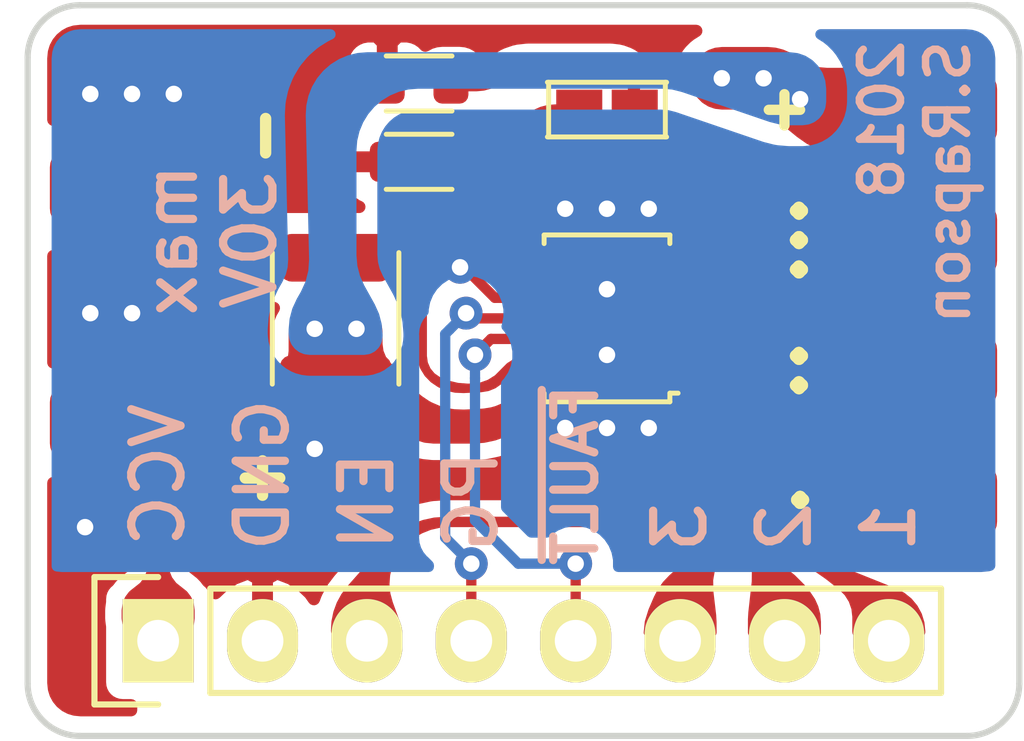
<source format=kicad_pcb>
(kicad_pcb (version 20171130) (host pcbnew "(5.0.1-3-g963ef8bb5)")

  (general
    (thickness 1.6)
    (drawings 24)
    (tracks 52)
    (zones 0)
    (modules 12)
    (nets 14)
  )

  (page A4)
  (layers
    (0 F.Cu signal)
    (31 B.Cu signal)
    (32 B.Adhes user)
    (33 F.Adhes user)
    (34 B.Paste user)
    (35 F.Paste user)
    (36 B.SilkS user)
    (37 F.SilkS user)
    (38 B.Mask user)
    (39 F.Mask user)
    (40 Dwgs.User user)
    (41 Cmts.User user)
    (42 Eco1.User user)
    (43 Eco2.User user)
    (44 Edge.Cuts user)
    (45 Margin user)
    (46 B.CrtYd user)
    (47 F.CrtYd user)
    (48 B.Fab user)
    (49 F.Fab user)
  )

  (setup
    (last_trace_width 0.25)
    (trace_clearance 0.2)
    (zone_clearance 0.4)
    (zone_45_only no)
    (trace_min 0.2)
    (segment_width 0.2)
    (edge_width 0.15)
    (via_size 0.8)
    (via_drill 0.4)
    (via_min_size 0.4)
    (via_min_drill 0.3)
    (uvia_size 0.3)
    (uvia_drill 0.1)
    (uvias_allowed no)
    (uvia_min_size 0.2)
    (uvia_min_drill 0.1)
    (pcb_text_width 0.3)
    (pcb_text_size 1.5 1.5)
    (mod_edge_width 0.15)
    (mod_text_size 1 1)
    (mod_text_width 0.15)
    (pad_size 1.524 1.524)
    (pad_drill 0.762)
    (pad_to_mask_clearance 0.2)
    (solder_mask_min_width 0.25)
    (aux_axis_origin 0 0)
    (visible_elements FFFDFF7F)
    (pcbplotparams
      (layerselection 0x010fc_ffffffff)
      (usegerberextensions false)
      (usegerberattributes false)
      (usegerberadvancedattributes false)
      (creategerberjobfile false)
      (excludeedgelayer true)
      (linewidth 0.100000)
      (plotframeref false)
      (viasonmask false)
      (mode 1)
      (useauxorigin false)
      (hpglpennumber 1)
      (hpglpenspeed 20)
      (hpglpendiameter 15.000000)
      (psnegative false)
      (psa4output false)
      (plotreference true)
      (plotvalue true)
      (plotinvisibletext false)
      (padsonsilk false)
      (subtractmaskfromsilk false)
      (outputformat 1)
      (mirror false)
      (drillshape 1)
      (scaleselection 1)
      (outputdirectory ""))
  )

  (net 0 "")
  (net 1 GND)
  (net 2 +POWER)
  (net 3 /ENABLE)
  (net 4 /POWER_GOOD)
  (net 5 /PWM1)
  (net 6 /PWM2)
  (net 7 /PWM3)
  (net 8 /LED_1)
  (net 9 /LED_2)
  (net 10 /LED_3)
  (net 11 "Net-(R1-Pad1)")
  (net 12 "Net-(R2-Pad1)")
  (net 13 /~FAULT)

  (net_class Default "This is the default net class."
    (clearance 0.2)
    (trace_width 0.25)
    (via_dia 0.8)
    (via_drill 0.4)
    (uvia_dia 0.3)
    (uvia_drill 0.1)
    (add_net +POWER)
    (add_net /ENABLE)
    (add_net /LED_1)
    (add_net /LED_2)
    (add_net /LED_3)
    (add_net /POWER_GOOD)
    (add_net /PWM1)
    (add_net /PWM2)
    (add_net /PWM3)
    (add_net /~FAULT)
    (add_net GND)
    (add_net "Net-(R1-Pad1)")
    (add_net "Net-(R2-Pad1)")
  )

  (module Applidyne_Capacitor:CAPC3225X170N (layer F.Cu) (tedit 5BE642B4) (tstamp 5BF1E2E3)
    (at 130.048 65.405 90)
    (descr "Capacitor, Chip; 3.20 mm L X 2.50 mm W X 1.70 mm H body")
    (tags "smd chip CAPC3225X170N CAP")
    (path /5B8F550E)
    (autoplace_cost90 10)
    (autoplace_cost180 10)
    (attr smd)
    (fp_text reference C1 (at 0 -2.2 90) (layer F.SilkS) hide
      (effects (font (size 1 0.8) (thickness 0.12)))
    )
    (fp_text value 22u_X7R_3225M (at 0 0 90) (layer F.Fab) hide
      (effects (font (size 1 0.8) (thickness 0.12)))
    )
    (fp_text user %R (at 0 0 90) (layer F.Fab)
      (effects (font (size 1 1) (thickness 0.12)))
    )
    (fp_circle (center 0 0) (end 0.25 0) (layer F.CrtYd) (width 0.05))
    (fp_line (start -1.7 1.35) (end -1.7 -1.35) (layer F.Fab) (width 0.12))
    (fp_line (start -1.7 -1.35) (end 1.7 -1.35) (layer F.Fab) (width 0.12))
    (fp_line (start 1.7 -1.35) (end 1.7 1.35) (layer F.Fab) (width 0.12))
    (fp_line (start 1.7 1.35) (end -1.7 1.35) (layer F.Fab) (width 0.12))
    (fp_line (start 1.6 -1.54) (end -1.6 -1.54) (layer F.SilkS) (width 0.12))
    (fp_line (start 1.6 1.54) (end -1.6 1.54) (layer F.SilkS) (width 0.12))
    (fp_line (start -2.31 1.61) (end -2.31 -1.61) (layer F.CrtYd) (width 0.05))
    (fp_line (start -2.31 -1.61) (end 2.31 -1.61) (layer F.CrtYd) (width 0.05))
    (fp_line (start 2.31 -1.61) (end 2.31 1.61) (layer F.CrtYd) (width 0.05))
    (fp_line (start 2.31 1.61) (end -2.31 1.61) (layer F.CrtYd) (width 0.05))
    (fp_line (start 0.35 0) (end -0.35 0) (layer F.CrtYd) (width 0.05))
    (fp_line (start 0 -0.35) (end 0 0.35) (layer F.CrtYd) (width 0.05))
    (pad 1 smd roundrect (at -1.475 0 270) (size 1.16 2.72) (layers F.Cu F.Paste F.Mask) (roundrect_rratio 0.25)
      (net 2 +POWER))
    (pad 2 smd roundrect (at 1.475 0 270) (size 1.16 2.72) (layers F.Cu F.Paste F.Mask) (roundrect_rratio 0.25)
      (net 1 GND))
    (model ${APPLI_PACKAGES_3D}/appli_capacitor.3dshapes/CAPC3225X170.step
      (at (xyz 0 0 0))
      (scale (xyz 1 1 1))
      (rotate (xyz 0 0 0))
    )
  )

  (module Applidyne_Resistor:RESC1608X50N (layer F.Cu) (tedit 5BE642AE) (tstamp 5B98B612)
    (at 132.08 59.69 180)
    (descr "Resistor, Chip; 1.60 mm L X 0.85 mm W X 0.50 mm H body")
    (tags "smd chip RESC1608X50N RES")
    (path /5B8ED7A8)
    (autoplace_cost90 10)
    (autoplace_cost180 10)
    (attr smd)
    (fp_text reference R1 (at 0 -1.4 180) (layer F.SilkS) hide
      (effects (font (size 1 0.8) (thickness 0.12)))
    )
    (fp_text value 12K7_1608M (at 0 0 180) (layer F.Fab) hide
      (effects (font (size 1 0.8) (thickness 0.12)))
    )
    (fp_line (start 0 -0.35) (end 0 0.35) (layer F.CrtYd) (width 0.05))
    (fp_line (start 0.35 0) (end -0.35 0) (layer F.CrtYd) (width 0.05))
    (fp_line (start 1.45 0.74) (end -1.45 0.74) (layer F.CrtYd) (width 0.05))
    (fp_line (start 1.45 -0.74) (end 1.45 0.74) (layer F.CrtYd) (width 0.05))
    (fp_line (start -1.45 -0.74) (end 1.45 -0.74) (layer F.CrtYd) (width 0.05))
    (fp_line (start -1.45 0.74) (end -1.45 -0.74) (layer F.CrtYd) (width 0.05))
    (fp_line (start 0.8 0.67) (end -0.8 0.67) (layer F.SilkS) (width 0.12))
    (fp_line (start 0.8 -0.67) (end -0.8 -0.67) (layer F.SilkS) (width 0.12))
    (fp_line (start 0.83 0.48) (end -0.83 0.48) (layer F.Fab) (width 0.12))
    (fp_line (start 0.83 -0.48) (end 0.83 0.48) (layer F.Fab) (width 0.12))
    (fp_line (start -0.83 -0.48) (end 0.83 -0.48) (layer F.Fab) (width 0.12))
    (fp_line (start -0.83 0.48) (end -0.83 -0.48) (layer F.Fab) (width 0.12))
    (fp_circle (center 0 0) (end 0.25 0) (layer F.CrtYd) (width 0.05))
    (fp_text user %R (at 0 0 180) (layer F.Fab)
      (effects (font (size 0.5 0.4) (thickness 0.05)))
    )
    (pad 2 smd roundrect (at 0.775 0) (size 0.85 0.98) (layers F.Cu F.Paste F.Mask) (roundrect_rratio 0.25)
      (net 1 GND))
    (pad 1 smd roundrect (at -0.775 0) (size 0.85 0.98) (layers F.Cu F.Paste F.Mask) (roundrect_rratio 0.25)
      (net 11 "Net-(R1-Pad1)"))
    (model ${APPLI_PACKAGES_3D}/appli_resistor.3dshapes/RESC1608X50.step
      (at (xyz 0 0 0))
      (scale (xyz 1 1 1))
      (rotate (xyz 0 0 0))
    )
  )

  (module Applidyne_Resistor:RESC1608X50N (layer F.Cu) (tedit 5BE642AC) (tstamp 5B98B626)
    (at 132.08 61.595 180)
    (descr "Resistor, Chip; 1.60 mm L X 0.85 mm W X 0.50 mm H body")
    (tags "smd chip RESC1608X50N RES")
    (path /5B8D8138)
    (autoplace_cost90 10)
    (autoplace_cost180 10)
    (attr smd)
    (fp_text reference R2 (at 0 -1.4 180) (layer F.SilkS) hide
      (effects (font (size 1 0.8) (thickness 0.12)))
    )
    (fp_text value 12K7_1608M (at 0 0 180) (layer F.Fab) hide
      (effects (font (size 1 0.8) (thickness 0.12)))
    )
    (fp_text user %R (at 0 0 180) (layer F.Fab)
      (effects (font (size 0.5 0.4) (thickness 0.05)))
    )
    (fp_circle (center 0 0) (end 0.25 0) (layer F.CrtYd) (width 0.05))
    (fp_line (start -0.83 0.48) (end -0.83 -0.48) (layer F.Fab) (width 0.12))
    (fp_line (start -0.83 -0.48) (end 0.83 -0.48) (layer F.Fab) (width 0.12))
    (fp_line (start 0.83 -0.48) (end 0.83 0.48) (layer F.Fab) (width 0.12))
    (fp_line (start 0.83 0.48) (end -0.83 0.48) (layer F.Fab) (width 0.12))
    (fp_line (start 0.8 -0.67) (end -0.8 -0.67) (layer F.SilkS) (width 0.12))
    (fp_line (start 0.8 0.67) (end -0.8 0.67) (layer F.SilkS) (width 0.12))
    (fp_line (start -1.45 0.74) (end -1.45 -0.74) (layer F.CrtYd) (width 0.05))
    (fp_line (start -1.45 -0.74) (end 1.45 -0.74) (layer F.CrtYd) (width 0.05))
    (fp_line (start 1.45 -0.74) (end 1.45 0.74) (layer F.CrtYd) (width 0.05))
    (fp_line (start 1.45 0.74) (end -1.45 0.74) (layer F.CrtYd) (width 0.05))
    (fp_line (start 0.35 0) (end -0.35 0) (layer F.CrtYd) (width 0.05))
    (fp_line (start 0 -0.35) (end 0 0.35) (layer F.CrtYd) (width 0.05))
    (pad 1 smd roundrect (at -0.775 0) (size 0.85 0.98) (layers F.Cu F.Paste F.Mask) (roundrect_rratio 0.25)
      (net 12 "Net-(R2-Pad1)"))
    (pad 2 smd roundrect (at 0.775 0) (size 0.85 0.98) (layers F.Cu F.Paste F.Mask) (roundrect_rratio 0.25)
      (net 1 GND))
    (model ${APPLI_PACKAGES_3D}/appli_resistor.3dshapes/RESC1608X50.step
      (at (xyz 0 0 0))
      (scale (xyz 1 1 1))
      (rotate (xyz 0 0 0))
    )
  )

  (module Applidyne_QFN:QFN14P50_400X300X65L40X25N (layer F.Cu) (tedit 5BE642B9) (tstamp 5B98B664)
    (at 136.652 65.405 90)
    (descr "Quad Flat No-Lead (QFN), 0.50 mm pitch; rect., 7 pin X 1 pin, 4.00 mm L X 3.00 mm W X 0.65 mm H body")
    (path /5B8D236C)
    (clearance 0.1)
    (attr smd)
    (fp_text reference U1 (at -2.921 2.794 180) (layer F.SilkS) hide
      (effects (font (size 1.2 1.2) (thickness 0.12)))
    )
    (fp_text value AL1793AFE-13 (at 0 0 90) (layer F.SilkS) hide
      (effects (font (size 1.27 1.27) (thickness 0.15)))
    )
    (fp_circle (center 0 0) (end 0 0.25) (layer F.CrtYd) (width 0.05))
    (fp_line (start 0 -0.35) (end 0 0.35) (layer F.CrtYd) (width 0.05))
    (fp_line (start -0.35 0) (end 0.35 0) (layer F.CrtYd) (width 0.05))
    (fp_line (start -1.82 1.53) (end -1.82 1.73) (layer F.SilkS) (width 0.12))
    (fp_line (start -1.89 1.78) (end -1.89 2.1) (layer F.CrtYd) (width 0.05))
    (fp_line (start -1.89 2.1) (end 1.89 2.1) (layer F.CrtYd) (width 0.05))
    (fp_line (start 1.89 2.1) (end 1.89 1.78) (layer F.CrtYd) (width 0.05))
    (fp_line (start 1.89 1.78) (end 2.28 1.78) (layer F.CrtYd) (width 0.05))
    (fp_line (start 2.28 1.78) (end 2.28 -1.78) (layer F.CrtYd) (width 0.05))
    (fp_line (start 2.28 -1.78) (end 1.89 -1.78) (layer F.CrtYd) (width 0.05))
    (fp_line (start 1.89 -1.78) (end 1.89 -2.1) (layer F.CrtYd) (width 0.05))
    (fp_line (start 1.89 -2.1) (end -1.89 -2.1) (layer F.CrtYd) (width 0.05))
    (fp_line (start -1.89 -2.1) (end -1.89 -1.78) (layer F.CrtYd) (width 0.05))
    (fp_line (start -1.89 -1.78) (end -2.28 -1.78) (layer F.CrtYd) (width 0.05))
    (fp_line (start -2.28 -1.78) (end -2.28 1.78) (layer F.CrtYd) (width 0.05))
    (fp_line (start -2.28 1.78) (end -1.89 1.78) (layer F.CrtYd) (width 0.05))
    (fp_line (start 2.03 1.53) (end -1.01 1.53) (layer F.Fab) (width 0.12))
    (fp_line (start -1.01 1.53) (end -2.03 0.51) (layer F.Fab) (width 0.12))
    (fp_line (start -2.03 0.51) (end -2.03 -1.53) (layer F.Fab) (width 0.12))
    (fp_line (start -2.03 -1.53) (end 2.03 -1.53) (layer F.Fab) (width 0.12))
    (fp_line (start 2.03 -1.53) (end 2.03 1.53) (layer F.Fab) (width 0.12))
    (fp_line (start -1.82 1.53) (end -2.03 1.53) (layer F.SilkS) (width 0.12))
    (fp_line (start 1.82 1.53) (end 2.03 1.53) (layer F.SilkS) (width 0.12))
    (fp_line (start 1.82 -1.53) (end 2.03 -1.53) (layer F.SilkS) (width 0.12))
    (fp_line (start 2.03 -1.53) (end 2.03 1.53) (layer F.SilkS) (width 0.12))
    (fp_line (start -1.82 -1.53) (end -2.03 -1.53) (layer F.SilkS) (width 0.12))
    (fp_line (start -2.03 -1.53) (end -2.03 1.53) (layer F.SilkS) (width 0.12))
    (pad 1 smd rect (at -1.5 1.445 180) (size 0.81 0.27) (layers F.Cu F.Paste F.Mask)
      (net 3 /ENABLE))
    (pad 2 smd rect (at -1 1.445 180) (size 0.81 0.27) (layers F.Cu F.Paste F.Mask)
      (net 1 GND))
    (pad 3 smd rect (at -0.5 1.445 180) (size 0.81 0.27) (layers F.Cu F.Paste F.Mask)
      (net 7 /PWM3))
    (pad 4 smd rect (at 0 1.445 180) (size 0.81 0.27) (layers F.Cu F.Paste F.Mask)
      (net 6 /PWM2))
    (pad 5 smd rect (at 0.5 1.445 180) (size 0.81 0.27) (layers F.Cu F.Paste F.Mask)
      (net 5 /PWM1))
    (pad 6 smd rect (at 1 1.445 180) (size 0.81 0.27) (layers F.Cu F.Paste F.Mask)
      (net 8 /LED_1))
    (pad 7 smd rect (at 1.5 1.445 180) (size 0.81 0.27) (layers F.Cu F.Paste F.Mask)
      (net 9 /LED_2))
    (pad 8 smd rect (at 1.5 -1.445 180) (size 0.81 0.27) (layers F.Cu F.Paste F.Mask)
      (net 1 GND))
    (pad 9 smd rect (at 1 -1.445 180) (size 0.81 0.27) (layers F.Cu F.Paste F.Mask)
      (net 10 /LED_3))
    (pad 10 smd rect (at 0.5 -1.445 180) (size 0.81 0.27) (layers F.Cu F.Paste F.Mask)
      (net 1 GND))
    (pad 11 smd rect (at 0 -1.445 180) (size 0.81 0.27) (layers F.Cu F.Paste F.Mask)
      (net 4 /POWER_GOOD))
    (pad 12 smd rect (at -0.5 -1.445 180) (size 0.81 0.27) (layers F.Cu F.Paste F.Mask)
      (net 13 /~FAULT))
    (pad 13 smd rect (at -1 -1.445 180) (size 0.81 0.27) (layers F.Cu F.Paste F.Mask)
      (net 12 "Net-(R2-Pad1)"))
    (pad 14 smd rect (at -1.5 -1.445 180) (size 0.81 0.27) (layers F.Cu F.Paste F.Mask)
      (net 2 +POWER))
    (pad 15 smd rect (at 0 0 270) (size 3.3 1.7) (layers F.Cu F.Paste F.Mask)
      (net 1 GND))
  )

  (module Applidyne_Connector:PAD_SOLDER_2mm (layer F.Cu) (tedit 5BE6302C) (tstamp 5BF1C754)
    (at 125.095 67.945 90)
    (path /5BE656B8)
    (fp_text reference P1 (at 0 3.81 90) (layer F.SilkS) hide
      (effects (font (size 1 1) (thickness 0.15)))
    )
    (fp_text value PAD_SOLDER_2mm (at 0 -0.5 90) (layer F.Fab) hide
      (effects (font (size 1 1) (thickness 0.15)))
    )
    (fp_text user %R (at 0 0 90) (layer F.Fab)
      (effects (font (size 1 1) (thickness 0.15)))
    )
    (pad 1 smd roundrect (at 0 0 90) (size 2 4) (layers F.Cu F.Paste F.Mask) (roundrect_rratio 0.25)
      (net 2 +POWER))
  )

  (module Applidyne_Connector:PAD_SOLDER_2mm (layer F.Cu) (tedit 5BE6302E) (tstamp 5BF1C759)
    (at 125.095 62.23 90)
    (path /5BE651DF)
    (fp_text reference P2 (at 0 3.81 90) (layer F.SilkS) hide
      (effects (font (size 1 1) (thickness 0.15)))
    )
    (fp_text value PAD_SOLDER_2mm (at 0 -0.5 90) (layer F.Fab) hide
      (effects (font (size 1 1) (thickness 0.15)))
    )
    (fp_text user %R (at 0 0 90) (layer F.Fab)
      (effects (font (size 1 1) (thickness 0.15)))
    )
    (pad 1 smd roundrect (at 0 0 90) (size 2 4) (layers F.Cu F.Paste F.Mask) (roundrect_rratio 0.25)
      (net 1 GND))
  )

  (module Applidyne_Connector_Wurth:61300811121 (layer F.Cu) (tedit 5BE65936) (tstamp 5BF1C75E)
    (at 125.73 73.25 90)
    (descr "Through hole pin header")
    (tags "pin header")
    (path /5BE6660F)
    (fp_text reference P3 (at 0 -3 90) (layer F.SilkS) hide
      (effects (font (size 1 1) (thickness 0.15)))
    )
    (fp_text value CONN_01X08 (at 0 -3.1 90) (layer F.SilkS) hide
      (effects (font (size 1 1) (thickness 0.15)))
    )
    (fp_line (start -1.75 -1.75) (end -1.75 19.55) (layer F.CrtYd) (width 0.05))
    (fp_line (start 1.75 -1.75) (end 1.75 19.55) (layer F.CrtYd) (width 0.05))
    (fp_line (start -1.75 -1.75) (end 1.75 -1.75) (layer F.CrtYd) (width 0.05))
    (fp_line (start -1.75 19.55) (end 1.75 19.55) (layer F.CrtYd) (width 0.05))
    (fp_line (start 1.27 1.27) (end 1.27 19.05) (layer F.SilkS) (width 0.15))
    (fp_line (start 1.27 19.05) (end -1.27 19.05) (layer F.SilkS) (width 0.15))
    (fp_line (start -1.27 19.05) (end -1.27 1.27) (layer F.SilkS) (width 0.15))
    (fp_line (start 1.55 -1.55) (end 1.55 0) (layer F.SilkS) (width 0.15))
    (fp_line (start 1.27 1.27) (end -1.27 1.27) (layer F.SilkS) (width 0.15))
    (fp_line (start -1.55 0) (end -1.55 -1.55) (layer F.SilkS) (width 0.15))
    (fp_line (start -1.55 -1.55) (end 1.55 -1.55) (layer F.SilkS) (width 0.15))
    (fp_text user %R (at 0 -3 90) (layer F.Fab)
      (effects (font (size 1 1) (thickness 0.15)))
    )
    (pad 1 thru_hole rect (at 0 0 90) (size 2.032 1.7272) (drill 1.016) (layers *.Cu *.Mask F.SilkS)
      (net 2 +POWER))
    (pad 2 thru_hole oval (at 0 2.54 90) (size 2.032 1.7272) (drill 1.016) (layers *.Cu *.Mask F.SilkS)
      (net 1 GND))
    (pad 3 thru_hole oval (at 0 5.08 90) (size 2.032 1.7272) (drill 1.016) (layers *.Cu *.Mask F.SilkS)
      (net 3 /ENABLE))
    (pad 4 thru_hole oval (at 0 7.62 90) (size 2.032 1.7272) (drill 1.016) (layers *.Cu *.Mask F.SilkS)
      (net 4 /POWER_GOOD))
    (pad 5 thru_hole oval (at 0 10.16 90) (size 2.032 1.7272) (drill 1.016) (layers *.Cu *.Mask F.SilkS)
      (net 13 /~FAULT))
    (pad 6 thru_hole oval (at 0 12.7 90) (size 2.032 1.7272) (drill 1.016) (layers *.Cu *.Mask F.SilkS)
      (net 7 /PWM3))
    (pad 7 thru_hole oval (at 0 15.24 90) (size 2.032 1.7272) (drill 1.016) (layers *.Cu *.Mask F.SilkS)
      (net 6 /PWM2))
    (pad 8 thru_hole oval (at 0 17.78 90) (size 2.032 1.7272) (drill 1.016) (layers *.Cu *.Mask F.SilkS)
      (net 5 /PWM1))
    (model ${APPLI_PACKAGES_3D}/appli_connector_wurth.3dshapes/61300811121.step
      (offset (xyz 0 -8.889999866485596 0.9999999849815068))
      (scale (xyz 1 1 1))
      (rotate (xyz -90 0 90))
    )
  )

  (module Applidyne_Connector:PAD_SOLDER_2mm (layer F.Cu) (tedit 5BE63038) (tstamp 5BF1C775)
    (at 144.145 60.325 90)
    (path /5BE64212)
    (fp_text reference P4 (at 0 3.81 90) (layer F.SilkS) hide
      (effects (font (size 1 1) (thickness 0.15)))
    )
    (fp_text value PAD_SOLDER_2mm (at 0 -0.5 90) (layer F.Fab) hide
      (effects (font (size 1 1) (thickness 0.15)))
    )
    (fp_text user %R (at 0 0 90) (layer F.Fab)
      (effects (font (size 1 1) (thickness 0.15)))
    )
    (pad 1 smd roundrect (at 0 0 90) (size 2 4) (layers F.Cu F.Paste F.Mask) (roundrect_rratio 0.25)
      (net 2 +POWER))
  )

  (module Applidyne_Connector:PAD_SOLDER_2mm (layer F.Cu) (tedit 5BE63031) (tstamp 5BF1C77A)
    (at 144.145 69.85 90)
    (path /5BE64867)
    (fp_text reference P5 (at 0 3.81 90) (layer F.SilkS) hide
      (effects (font (size 1 1) (thickness 0.15)))
    )
    (fp_text value PAD_SOLDER_2mm (at 0 -0.5 90) (layer F.Fab) hide
      (effects (font (size 1 1) (thickness 0.15)))
    )
    (fp_text user %R (at 0 0 90) (layer F.Fab)
      (effects (font (size 1 1) (thickness 0.15)))
    )
    (pad 1 smd roundrect (at 0 0 90) (size 2 4) (layers F.Cu F.Paste F.Mask) (roundrect_rratio 0.25)
      (net 8 /LED_1))
  )

  (module Applidyne_Connector:PAD_SOLDER_2mm (layer F.Cu) (tedit 5BE63033) (tstamp 5BF1C77F)
    (at 144.145 66.675 90)
    (path /5BE648E5)
    (fp_text reference P6 (at 0 3.81 90) (layer F.SilkS) hide
      (effects (font (size 1 1) (thickness 0.15)))
    )
    (fp_text value PAD_SOLDER_2mm (at 0 -0.5 90) (layer F.Fab) hide
      (effects (font (size 1 1) (thickness 0.15)))
    )
    (fp_text user %R (at 0 0 90) (layer F.Fab)
      (effects (font (size 1 1) (thickness 0.15)))
    )
    (pad 1 smd roundrect (at 0 0 90) (size 2 4) (layers F.Cu F.Paste F.Mask) (roundrect_rratio 0.25)
      (net 9 /LED_2))
  )

  (module Applidyne_Connector:PAD_SOLDER_2mm (layer F.Cu) (tedit 5BE63035) (tstamp 5BF1C784)
    (at 144.145 63.5 90)
    (path /5BE64992)
    (fp_text reference P7 (at 0 3.81 90) (layer F.SilkS) hide
      (effects (font (size 1 1) (thickness 0.15)))
    )
    (fp_text value PAD_SOLDER_2mm (at 0 -0.5 90) (layer F.Fab) hide
      (effects (font (size 1 1) (thickness 0.15)))
    )
    (fp_text user %R (at 0 0 90) (layer F.Fab)
      (effects (font (size 1 1) (thickness 0.15)))
    )
    (pad 1 smd roundrect (at 0 0 90) (size 2 4) (layers F.Cu F.Paste F.Mask) (roundrect_rratio 0.25)
      (net 10 /LED_3))
  )

  (module Applidyne_Link:SJ1608-2N (layer F.Cu) (tedit 5BE642B2) (tstamp 5BF1C789)
    (at 136.652 60.325 180)
    (descr "Solder Link 2-Way, 1.60 mm L X 0.80 mm W")
    (tags "smd solder link SJ1608-2N")
    (path /5BE6CF23)
    (attr smd)
    (fp_text reference SL1 (at 0 -1.3 180) (layer F.SilkS) hide
      (effects (font (size 0.5 0.5) (thickness 0.05)))
    )
    (fp_text value SOLDER-LINK-2 (at 0 1.2 180) (layer F.SilkS) hide
      (effects (font (size 0.5 0.5) (thickness 0.05)))
    )
    (fp_line (start 1.45 -0.665) (end -1.45 -0.665) (layer F.SilkS) (width 0.12))
    (fp_line (start 1.45 0.665) (end -1.45 0.665) (layer F.SilkS) (width 0.12))
    (fp_line (start 1.42 0.665) (end 1.42 -0.665) (layer F.SilkS) (width 0.12))
    (fp_line (start -1.42 0.665) (end -1.42 -0.665) (layer F.SilkS) (width 0.12))
    (fp_line (start -1.49 0.74) (end -1.49 -0.74) (layer F.CrtYd) (width 0.05))
    (fp_line (start -1.49 -0.74) (end 1.49 -0.74) (layer F.CrtYd) (width 0.05))
    (fp_line (start 1.49 -0.74) (end 1.49 0.74) (layer F.CrtYd) (width 0.05))
    (fp_line (start 1.49 0.74) (end -1.49 0.74) (layer F.CrtYd) (width 0.05))
    (pad 1 smd rect (at -0.675 0 180) (size 1.12 0.97) (layers F.Cu F.Mask)
      (net 11 "Net-(R1-Pad1)"))
    (pad 2 smd rect (at 0.675 0 180) (size 1.12 0.97) (layers F.Cu F.Mask)
      (net 12 "Net-(R2-Pad1)"))
  )

  (gr_text "2018\nS.Rapson" (at 144.145 58.547 90) (layer B.SilkS) (tstamp 5BE66211)
    (effects (font (size 1 1) (thickness 0.18)) (justify left mirror))
  )
  (gr_text "max\n30V" (at 127 63.5 90) (layer B.SilkS) (tstamp 5BE6606E)
    (effects (font (size 1.2 1.2) (thickness 0.2)) (justify mirror))
  )
  (gr_text 1 (at 143.51 70.485 90) (layer B.SilkS) (tstamp 5BE65F91)
    (effects (font (size 1.2 1.2) (thickness 0.2)) (justify mirror))
  )
  (gr_text 2 (at 140.97 70.485 90) (layer B.SilkS) (tstamp 5BE65F8F)
    (effects (font (size 1.2 1.2) (thickness 0.2)) (justify mirror))
  )
  (gr_text 3 (at 138.43 70.485 90) (layer B.SilkS) (tstamp 5BE65F8D)
    (effects (font (size 1.2 1.2) (thickness 0.2)) (justify mirror))
  )
  (gr_text ~FAULT (at 135.89 69.215 90) (layer B.SilkS) (tstamp 5BE65F8B)
    (effects (font (size 1 1) (thickness 0.2)) (justify mirror))
  )
  (gr_text PG (at 133.35 69.85 90) (layer B.SilkS) (tstamp 5BE65F89)
    (effects (font (size 1.2 1.2) (thickness 0.2)) (justify mirror))
  )
  (gr_text EN (at 130.81 69.85 90) (layer B.SilkS) (tstamp 5BE65F85)
    (effects (font (size 1.2 1.2) (thickness 0.2)) (justify mirror))
  )
  (gr_text GND (at 128.27 69.215 90) (layer B.SilkS) (tstamp 5BE65F7E)
    (effects (font (size 1.2 1.2) (thickness 0.2)) (justify mirror))
  )
  (gr_text VCC (at 125.73 69.215 90) (layer B.SilkS)
    (effects (font (size 1.2 1.2) (thickness 0.2)) (justify mirror))
  )
  (gr_text … (at 140.716 63.5 90) (layer F.SilkS) (tstamp 5BE65E06)
    (effects (font (size 1.5 1.5) (thickness 0.3)))
  )
  (gr_text .. (at 140.716 66.675 90) (layer F.SilkS) (tstamp 5BE65E00)
    (effects (font (size 1.5 1.5) (thickness 0.3)))
  )
  (gr_text . (at 141.351 69.215) (layer F.SilkS) (tstamp 5BE65DF6)
    (effects (font (size 1.5 1.5) (thickness 0.3)))
  )
  (gr_text + (at 140.97 60.2615) (layer F.SilkS) (tstamp 5BE65DF6)
    (effects (font (size 1 1) (thickness 0.25)))
  )
  (gr_text - (at 128.27 60.96 90) (layer F.SilkS) (tstamp 5BE65DEB)
    (effects (font (size 1.1 1.1) (thickness 0.275)))
  )
  (gr_text + (at 128.27 69.215) (layer F.SilkS)
    (effects (font (size 1.1 1.1) (thickness 0.275)))
  )
  (gr_arc (start 145.415 59.055) (end 146.685 59.055) (angle -90) (layer Edge.Cuts) (width 0.15) (tstamp 5BE65D6C))
  (gr_arc (start 123.825 59.055) (end 123.825 57.785) (angle -90) (layer Edge.Cuts) (width 0.15) (tstamp 5BE65D6C))
  (gr_arc (start 123.825 74.295) (end 122.555 74.295) (angle -90) (layer Edge.Cuts) (width 0.15) (tstamp 5BE65D6C))
  (gr_arc (start 145.415 74.295) (end 145.415 75.565) (angle -90) (layer Edge.Cuts) (width 0.15))
  (gr_line (start 122.555 59.055) (end 122.555 74.295) (layer Edge.Cuts) (width 0.15))
  (gr_line (start 145.415 57.785) (end 123.825 57.785) (layer Edge.Cuts) (width 0.15))
  (gr_line (start 146.685 74.295) (end 146.685 59.055) (layer Edge.Cuts) (width 0.15))
  (gr_line (start 123.825 75.565) (end 145.415 75.565) (layer Edge.Cuts) (width 0.15))

  (via (at 136.652 66.294) (size 0.8) (drill 0.4) (layers F.Cu B.Cu) (net 1))
  (via (at 136.652 62.738) (size 0.8) (drill 0.4) (layers F.Cu B.Cu) (net 1) (tstamp 5BF1EA24))
  (via (at 135.636 62.738) (size 0.8) (drill 0.4) (layers F.Cu B.Cu) (net 1) (tstamp 5BF1EA25))
  (via (at 137.668 62.738) (size 0.8) (drill 0.4) (layers F.Cu B.Cu) (net 1) (tstamp 5BF1EA26))
  (segment (start 138.097 66.405) (end 137.442 66.405) (width 0.25) (layer F.Cu) (net 1))
  (segment (start 135.862 63.905) (end 136.652 64.695) (width 0.25) (layer F.Cu) (net 1))
  (segment (start 135.207 63.905) (end 135.862 63.905) (width 0.25) (layer F.Cu) (net 1))
  (via (at 136.652 68.072) (size 0.8) (drill 0.4) (layers F.Cu B.Cu) (net 1))
  (via (at 135.636 68.072) (size 0.8) (drill 0.4) (layers F.Cu B.Cu) (net 1))
  (segment (start 136.652 64.695) (end 136.652 65.405) (width 0.25) (layer F.Cu) (net 1) (tstamp 5BF1EE57))
  (via (at 136.652 64.695) (size 0.8) (drill 0.4) (layers F.Cu B.Cu) (net 1))
  (segment (start 136.152 64.905) (end 136.652 65.405) (width 0.25) (layer F.Cu) (net 1))
  (segment (start 135.207 64.905) (end 136.152 64.905) (width 0.25) (layer F.Cu) (net 1))
  (via (at 137.668 68.072) (size 0.8) (drill 0.4) (layers F.Cu B.Cu) (net 1))
  (via (at 123.952 70.485) (size 0.8) (drill 0.4) (layers F.Cu B.Cu) (net 1))
  (via (at 125.095 59.944) (size 0.8) (drill 0.4) (layers F.Cu B.Cu) (net 1))
  (via (at 124.079 59.944) (size 0.8) (drill 0.4) (layers F.Cu B.Cu) (net 1))
  (via (at 126.111 59.944) (size 0.8) (drill 0.4) (layers F.Cu B.Cu) (net 1))
  (via (at 133.075742 64.16189) (size 0.8) (drill 0.4) (layers F.Cu B.Cu) (net 1))
  (segment (start 133.24989 64.16189) (end 133.075742 64.16189) (width 0.25) (layer F.Cu) (net 1))
  (via (at 139.446 59.563) (size 0.8) (drill 0.4) (layers F.Cu B.Cu) (net 2))
  (via (at 140.462 59.563) (size 0.8) (drill 0.4) (layers F.Cu B.Cu) (net 2))
  (via (at 141.351 60.071) (size 0.8) (drill 0.4) (layers F.Cu B.Cu) (net 2))
  (segment (start 133.179886 64.16189) (end 133.075742 64.16189) (width 0.25) (layer F.Cu) (net 1))
  (segment (start 133.922996 64.905) (end 133.179886 64.16189) (width 0.25) (layer F.Cu) (net 1))
  (segment (start 135.207 64.905) (end 133.922996 64.905) (width 0.25) (layer F.Cu) (net 1))
  (via (at 129.54 68.58) (size 0.8) (drill 0.4) (layers F.Cu B.Cu) (net 1))
  (via (at 125.095 65.278) (size 0.8) (drill 0.4) (layers F.Cu B.Cu) (net 1))
  (via (at 124.079 65.278) (size 0.8) (drill 0.4) (layers F.Cu B.Cu) (net 1))
  (segment (start 135.207 63.905) (end 135.207 63.167) (width 0.25) (layer F.Cu) (net 1))
  (segment (start 135.207 63.167) (end 135.636 62.738) (width 0.25) (layer F.Cu) (net 1))
  (via (at 130.556 65.659) (size 0.8) (drill 0.4) (layers F.Cu B.Cu) (net 2))
  (via (at 129.54 65.659) (size 0.8) (drill 0.4) (layers F.Cu B.Cu) (net 2))
  (via (at 133.35 71.374) (size 0.8) (drill 0.4) (layers F.Cu B.Cu) (net 4))
  (segment (start 133.35 73.25) (end 133.35 71.374) (width 0.25) (layer F.Cu) (net 4))
  (segment (start 135.207 65.405) (end 133.349994 65.405) (width 0.25) (layer F.Cu) (net 4))
  (via (at 133.223 65.278006) (size 0.8) (drill 0.4) (layers F.Cu B.Cu) (net 4))
  (segment (start 133.349994 65.405) (end 133.223 65.278006) (width 0.25) (layer F.Cu) (net 4))
  (segment (start 132.715 65.786006) (end 132.823001 65.678005) (width 0.25) (layer B.Cu) (net 4))
  (segment (start 132.715 70.739) (end 132.715 65.786006) (width 0.25) (layer B.Cu) (net 4))
  (segment (start 133.35 71.374) (end 132.715 70.739) (width 0.25) (layer B.Cu) (net 4))
  (segment (start 132.823001 65.678005) (end 133.223 65.278006) (width 0.25) (layer B.Cu) (net 4))
  (segment (start 143.129 66.675) (end 144.145 66.675) (width 0.25) (layer F.Cu) (net 9))
  (segment (start 135.89 73.25) (end 135.89 71.374) (width 0.25) (layer F.Cu) (net 13))
  (via (at 135.89 71.374) (size 0.8) (drill 0.4) (layers F.Cu B.Cu) (net 13))
  (segment (start 135.207 65.905) (end 133.82901 65.905) (width 0.25) (layer F.Cu) (net 13))
  (via (at 133.44001 66.294) (size 0.8) (drill 0.4) (layers F.Cu B.Cu) (net 13))
  (segment (start 133.82901 65.905) (end 133.44001 66.294) (width 0.25) (layer F.Cu) (net 13))
  (segment (start 133.44001 66.859685) (end 133.44001 66.294) (width 0.25) (layer B.Cu) (net 13))
  (segment (start 134.493 71.374) (end 133.44001 70.32101) (width 0.25) (layer B.Cu) (net 13))
  (segment (start 133.44001 70.32101) (end 133.44001 66.859685) (width 0.25) (layer B.Cu) (net 13))
  (segment (start 135.89 71.374) (end 134.493 71.374) (width 0.25) (layer B.Cu) (net 13))

  (zone (net 1) (net_name GND) (layer B.Cu) (tstamp 5BF1CCEE) (hatch edge 0.508)
    (connect_pads (clearance 0.508))
    (min_thickness 0.254)
    (fill yes (arc_segments 32) (thermal_gap 0.508) (thermal_bridge_width 0.508) (smoothing fillet) (radius 1))
    (polygon
      (pts
        (xy 122.428 57.658) (xy 146.812 57.658) (xy 146.7612 71.5772) (xy 122.3772 71.5772)
      )
    )
    (filled_polygon
      (pts
        (xy 129.884587 58.511032) (xy 129.794815 58.557564) (xy 129.592181 58.684018) (xy 129.510934 58.74421) (xy 129.330941 58.901225)
        (xy 129.260278 58.973551) (xy 129.10749 59.157146) (xy 129.049203 59.239771) (xy 128.927494 59.445291) (xy 128.883061 59.536121)
        (xy 128.795518 59.758353) (xy 128.766066 59.855082) (xy 128.714907 60.088394) (xy 128.701182 60.188575) (xy 128.687706 60.427048)
        (xy 128.686867 60.477637) (xy 128.767807 63.958084) (xy 128.755424 64.14222) (xy 128.717211 64.293168) (xy 128.640491 64.461008)
        (xy 128.551301 64.617089) (xy 128.526138 64.665913) (xy 128.417447 64.901278) (xy 128.380217 65.004519) (xy 128.313676 65.255083)
        (xy 128.294778 65.363194) (xy 128.272375 65.621474) (xy 128.27 65.676347) (xy 128.27 65.786) (xy 128.275433 65.868886)
        (xy 128.292743 66.000366) (xy 128.335646 66.160482) (xy 128.386395 66.283002) (xy 128.469281 66.426565) (xy 128.550012 66.531775)
        (xy 128.667225 66.648988) (xy 128.772435 66.729719) (xy 128.915998 66.812605) (xy 129.038518 66.863354) (xy 129.198634 66.906257)
        (xy 129.330114 66.923567) (xy 129.413 66.929) (xy 130.7465 66.929) (xy 130.845834 66.921182) (xy 130.983192 66.899427)
        (xy 131.172143 66.838034) (xy 131.296056 66.774897) (xy 131.456784 66.658121) (xy 131.555121 66.559784) (xy 131.671897 66.399056)
        (xy 131.735034 66.275143) (xy 131.796427 66.086192) (xy 131.818182 65.948834) (xy 131.826 65.8495) (xy 131.826 65.793689)
        (xy 131.823733 65.740085) (xy 131.802355 65.487741) (xy 131.78432 65.38206) (xy 131.720795 65.13691) (xy 131.685238 65.035771)
        (xy 131.581377 64.804801) (xy 131.557326 64.756842) (xy 131.312893 64.316863) (xy 131.242107 64.159446) (xy 131.205569 64.018443)
        (xy 131.191 63.846466) (xy 131.191 61.341953) (xy 131.203589 61.181991) (xy 131.235204 61.050306) (xy 131.287028 60.925191)
        (xy 131.357791 60.809718) (xy 131.445741 60.706741) (xy 131.548718 60.618791) (xy 131.664191 60.548028) (xy 131.789306 60.496204)
        (xy 131.920991 60.464589) (xy 132.080953 60.452) (xy 137.964323 60.452) (xy 138.131785 60.465807) (xy 138.294713 60.506852)
        (xy 140.402127 61.226457) (xy 140.4522 61.241286) (xy 140.69124 61.301505) (xy 140.794184 61.318597) (xy 141.039859 61.338853)
        (xy 141.092038 61.341) (xy 141.4145 61.341) (xy 141.497383 61.335568) (xy 141.645298 61.316095) (xy 141.805419 61.273191)
        (xy 141.943254 61.216098) (xy 142.086813 61.133214) (xy 142.205175 61.042392) (xy 142.322392 60.925175) (xy 142.413214 60.806813)
        (xy 142.496098 60.663254) (xy 142.553191 60.525419) (xy 142.596095 60.365298) (xy 142.615568 60.217383) (xy 142.621 60.1345)
        (xy 142.621 59.817) (xy 142.617007 59.745903) (xy 142.594718 59.548082) (xy 142.563077 59.409451) (xy 142.497327 59.221549)
        (xy 142.43563 59.093436) (xy 142.329717 58.924877) (xy 142.241061 58.813705) (xy 142.100295 58.672939) (xy 141.989123 58.584283)
        (xy 141.84703 58.495) (xy 145.38028 58.495) (xy 145.523109 58.509005) (xy 145.627101 58.540402) (xy 145.723014 58.591399)
        (xy 145.807194 58.660055) (xy 145.87644 58.743758) (xy 145.928105 58.839311) (xy 145.960227 58.943078) (xy 145.975001 59.08365)
        (xy 145.975 71.420692) (xy 145.934644 71.432904) (xy 145.758622 71.4502) (xy 136.925 71.4502) (xy 136.925 71.272061)
        (xy 136.885226 71.072102) (xy 136.807205 70.883744) (xy 136.693937 70.714226) (xy 136.549774 70.570063) (xy 136.380256 70.456795)
        (xy 136.191898 70.378774) (xy 135.991939 70.339) (xy 135.788061 70.339) (xy 135.588102 70.378774) (xy 135.399744 70.456795)
        (xy 135.230226 70.570063) (xy 135.186289 70.614) (xy 134.807802 70.614) (xy 134.20001 70.006209) (xy 134.20001 66.997711)
        (xy 134.243947 66.953774) (xy 134.357215 66.784256) (xy 134.435236 66.595898) (xy 134.47501 66.395939) (xy 134.47501 66.192061)
        (xy 134.435236 65.992102) (xy 134.357215 65.803744) (xy 134.243947 65.634226) (xy 134.209849 65.600128) (xy 134.218226 65.579904)
        (xy 134.258 65.379945) (xy 134.258 65.176067) (xy 134.218226 64.976108) (xy 134.140205 64.78775) (xy 134.026937 64.618232)
        (xy 133.882774 64.474069) (xy 133.713256 64.360801) (xy 133.524898 64.28278) (xy 133.324939 64.243006) (xy 133.121061 64.243006)
        (xy 132.921102 64.28278) (xy 132.732744 64.360801) (xy 132.563226 64.474069) (xy 132.419063 64.618232) (xy 132.305795 64.78775)
        (xy 132.227774 64.976108) (xy 132.188 65.176067) (xy 132.188 65.235336) (xy 132.175 65.246005) (xy 132.151202 65.275003)
        (xy 132.151201 65.275004) (xy 132.080026 65.36173) (xy 132.009454 65.49376) (xy 131.965998 65.637021) (xy 131.951324 65.786006)
        (xy 131.955001 65.823338) (xy 131.955 70.701677) (xy 131.951324 70.739) (xy 131.955 70.776322) (xy 131.955 70.776332)
        (xy 131.965997 70.887985) (xy 131.986624 70.955984) (xy 132.009454 71.031246) (xy 132.080026 71.163276) (xy 132.119871 71.211826)
        (xy 132.174999 71.279001) (xy 132.204002 71.302803) (xy 132.315 71.413801) (xy 132.315 71.4502) (xy 123.387114 71.4502)
        (xy 123.265 71.438144) (xy 123.265 59.08972) (xy 123.279005 58.946891) (xy 123.310402 58.842899) (xy 123.361399 58.746986)
        (xy 123.430055 58.662806) (xy 123.513758 58.59356) (xy 123.609311 58.541895) (xy 123.713078 58.509773) (xy 123.853641 58.495)
        (xy 129.922664 58.495)
      )
    )
  )
  (zone (net 1) (net_name GND) (layer F.Cu) (tstamp 5BF1EE42) (hatch edge 0.508)
    (connect_pads (clearance 0.4))
    (min_thickness 0.3)
    (fill yes (arc_segments 32) (thermal_gap 0.508) (thermal_bridge_width 0.508) (smoothing fillet) (radius 2))
    (polygon
      (pts
        (xy 122.368711 57.658) (xy 146.752711 57.658) (xy 146.752711 75.692) (xy 122.368711 75.692)
      )
    )
    (filled_polygon
      (pts
        (xy 123.192164 69.417532) (xy 123.389636 69.477434) (xy 123.595 69.497661) (xy 124.466976 69.497661) (xy 124.546113 69.551938)
        (xy 124.822537 69.695837) (xy 124.864047 69.73242) (xy 124.895565 69.7779) (xy 124.915246 69.82962) (xy 124.926 69.917914)
        (xy 124.926 71.34927) (xy 124.918128 71.410049) (xy 124.908509 71.433692) (xy 124.893185 71.454103) (xy 124.685538 71.618349)
        (xy 124.586906 71.719502) (xy 124.523598 71.803827) (xy 124.47561 71.84321) (xy 124.406879 71.926958) (xy 124.355808 72.022506)
        (xy 124.324358 72.126181) (xy 124.313739 72.234) (xy 124.313739 72.295229) (xy 124.295556 72.435622) (xy 124.291 72.506265)
        (xy 124.291 72.7075) (xy 124.295705 72.779288) (xy 124.313739 72.916272) (xy 124.313739 74.266) (xy 124.324358 74.373819)
        (xy 124.355808 74.477494) (xy 124.406879 74.573042) (xy 124.47561 74.65679) (xy 124.559358 74.725521) (xy 124.654906 74.776592)
        (xy 124.758581 74.808042) (xy 124.8664 74.818661) (xy 125.072 74.818661) (xy 125.072 74.94) (xy 123.855566 74.94)
        (xy 123.7003 74.924776) (xy 123.580354 74.888562) (xy 123.469721 74.829737) (xy 123.372624 74.750547) (xy 123.292756 74.654005)
        (xy 123.233162 74.543787) (xy 123.196109 74.424089) (xy 123.18 74.27082) (xy 123.18 69.41103)
      )
    )
    (filled_polygon
      (pts
        (xy 139.062728 62.493597) (xy 139.277568 62.543595) (xy 139.482317 62.625634) (xy 139.672234 62.737811) (xy 139.842914 62.877524)
        (xy 140.004471 63.057184) (xy 140.040816 63.104385) (xy 140.031416 63.102801) (xy 139.745845 63.078914) (xy 139.7 63.077)
        (xy 139.07999 63.077) (xy 139.016382 63.080691) (xy 138.87819 63.096781) (xy 138.754373 63.12601) (xy 138.552983 63.199007)
        (xy 138.510103 63.204) (xy 137.861739 63.204) (xy 137.81368 63.171888) (xy 137.693932 63.122287) (xy 137.566808 63.097)
        (xy 136.9205 63.097) (xy 136.756 63.2615) (xy 136.756 65.301) (xy 136.776 65.301) (xy 136.776 65.509)
        (xy 136.756 65.509) (xy 136.756 67.5485) (xy 136.9205 67.713) (xy 137.566808 67.713) (xy 137.693932 67.687713)
        (xy 137.81368 67.638112) (xy 137.861739 67.606) (xy 138.203451 67.606) (xy 138.243838 67.611317) (xy 138.247877 67.61299)
        (xy 138.251347 67.615653) (xy 138.25401 67.619123) (xy 138.255683 67.623162) (xy 138.261 67.663549) (xy 138.261 69.075939)
        (xy 138.251124 69.188385) (xy 138.228084 69.27402) (xy 138.190474 69.35432) (xy 138.139438 69.42684) (xy 138.076393 69.489501)
        (xy 137.960123 69.5704) (xy 137.831435 69.630077) (xy 137.69437 69.666616) (xy 137.529155 69.681) (xy 132.728537 69.681)
        (xy 132.689712 69.682372) (xy 132.408046 69.702305) (xy 132.331166 69.713241) (xy 132.055115 69.772644) (xy 131.980544 69.794298)
        (xy 131.715609 69.891986) (xy 131.644831 69.923926) (xy 131.396295 70.057951) (xy 131.330719 70.099541) (xy 131.103535 70.267233)
        (xy 131.044471 70.317644) (xy 130.843168 70.51566) (xy 130.816451 70.543865) (xy 129.920402 71.559387) (xy 129.894516 71.591021)
        (xy 129.751234 71.780031) (xy 129.706851 71.848623) (xy 129.593148 72.056773) (xy 129.559416 72.131181) (xy 129.520087 72.238495)
        (xy 129.421411 72.099157) (xy 129.2045 71.893713) (xy 128.951677 71.734533) (xy 128.672658 71.627735) (xy 128.610194 71.614517)
        (xy 128.374 71.744491) (xy 128.374 73.002) (xy 128.166 73.002) (xy 128.166 71.744491) (xy 127.929806 71.614517)
        (xy 127.867342 71.627735) (xy 127.588323 71.734533) (xy 127.3355 71.893713) (xy 127.125468 72.092642) (xy 127.104192 72.022506)
        (xy 127.053121 71.926958) (xy 126.98439 71.84321) (xy 126.936402 71.803827) (xy 126.873094 71.719502) (xy 126.774462 71.618349)
        (xy 126.566815 71.454103) (xy 126.551491 71.433692) (xy 126.541872 71.410049) (xy 126.534 71.34927) (xy 126.534 70.630395)
        (xy 126.550725 70.400624) (xy 126.596213 70.195271) (xy 126.670962 69.998668) (xy 126.773388 69.814973) (xy 126.913533 69.632135)
        (xy 127.220243 69.287087) (xy 127.339344 69.189344) (xy 127.458483 69.044172) (xy 127.482894 69.020528) (xy 128.305154 68.335311)
        (xy 128.483757 68.20638) (xy 128.661567 68.112378) (xy 128.850685 68.043907) (xy 128.998426 68.012661) (xy 130.736558 68.012661)
        (xy 130.799931 68.032519) (xy 130.893267 68.08425) (xy 130.97429 68.153686) (xy 131.207837 68.454721) (xy 131.284496 68.535208)
        (xy 131.450355 68.677347) (xy 131.541629 68.740777) (xy 131.73268 68.846667) (xy 131.834847 68.890451) (xy 132.043286 68.955765)
        (xy 132.152167 68.978113) (xy 132.369482 69.000185) (xy 132.425058 69.003) (xy 133.3879 69.003) (xy 133.426079 69.001673)
        (xy 133.703081 68.982398) (xy 133.778706 68.971822) (xy 134.050369 68.914367) (xy 134.1238 68.893419) (xy 134.384887 68.798892)
        (xy 134.454707 68.767976) (xy 134.700185 68.6382) (xy 134.76505 68.597912) (xy 134.990189 68.435388) (xy 135.02037 68.411965)
        (xy 135.792973 67.768129) (xy 135.850085 67.713) (xy 136.3835 67.713) (xy 136.548 67.5485) (xy 136.548 65.509)
        (xy 136.528 65.509) (xy 136.528 65.301) (xy 136.548 65.301) (xy 136.548 63.2615) (xy 136.3835 63.097)
        (xy 135.737192 63.097) (xy 135.661783 63.112) (xy 135.488893 63.112) (xy 135.399533 63.097847) (xy 135.376068 63.096)
        (xy 135.090318 63.096) (xy 135.066853 63.097847) (xy 134.943831 63.117331) (xy 134.9385 63.112) (xy 134.80518 63.112)
        (xy 134.806338 63.109141) (xy 134.875563 62.993357) (xy 134.961726 62.889555) (xy 135.0787 62.786124) (xy 135.088095 62.779026)
        (xy 135.259481 62.666164) (xy 135.42795 62.584175) (xy 135.605594 62.52461) (xy 135.789436 62.488468) (xy 135.994207 62.4752)
        (xy 138.821829 62.4752)
      )
    )
    (filled_polygon
      (pts
        (xy 138.822765 58.410763) (xy 138.678285 58.501545) (xy 138.581992 58.578335) (xy 138.461335 58.698992) (xy 138.384545 58.795285)
        (xy 138.293763 58.939765) (xy 138.240327 59.050726) (xy 138.18397 59.211784) (xy 138.156563 59.331858) (xy 138.153525 59.358822)
        (xy 138.098494 59.329408) (xy 137.994819 59.297958) (xy 137.906655 59.289275) (xy 137.892652 59.25595) (xy 137.826103 59.138055)
        (xy 137.751038 59.035097) (xy 137.659146 58.935679) (xy 137.561487 58.852142) (xy 137.406589 58.748312) (xy 137.291171 58.689333)
        (xy 137.116277 58.624636) (xy 136.990265 58.594305) (xy 136.805086 58.572332) (xy 136.740279 58.5685) (xy 134.728006 58.5685)
        (xy 134.667534 58.571835) (xy 134.436926 58.597345) (xy 134.318903 58.62378) (xy 134.099447 58.699077) (xy 133.990056 58.750669)
        (xy 133.670521 58.946961) (xy 133.608551 58.871449) (xy 133.492601 58.776292) (xy 133.360314 58.705583) (xy 133.216776 58.662041)
        (xy 133.0675 58.647339) (xy 132.6425 58.647339) (xy 132.493224 58.662041) (xy 132.349686 58.705583) (xy 132.230071 58.769518)
        (xy 132.14945 58.688898) (xy 132.04168 58.616888) (xy 131.921931 58.567287) (xy 131.794807 58.542) (xy 131.5735 58.542)
        (xy 131.409 58.7065) (xy 131.409 59.586) (xy 131.429 59.586) (xy 131.429 59.794) (xy 131.409 59.794)
        (xy 131.409 59.814) (xy 131.201 59.814) (xy 131.201 59.794) (xy 130.3865 59.794) (xy 130.222 59.9585)
        (xy 130.222 60.244808) (xy 130.247287 60.371932) (xy 130.296888 60.49168) (xy 130.29745 60.492521) (xy 130.280283 60.622921)
        (xy 130.280283 60.662079) (xy 130.29745 60.792479) (xy 130.296888 60.79332) (xy 130.247287 60.913068) (xy 130.222 61.040192)
        (xy 130.222 61.3265) (xy 130.3865 61.491) (xy 131.201 61.491) (xy 131.201 61.471) (xy 131.409 61.471)
        (xy 131.409 61.491) (xy 131.429 61.491) (xy 131.429 61.699) (xy 131.409 61.699) (xy 131.409 61.719)
        (xy 131.201 61.719) (xy 131.201 61.699) (xy 130.3865 61.699) (xy 130.222 61.8635) (xy 130.222 62.149808)
        (xy 130.247287 62.276932) (xy 130.296888 62.39668) (xy 130.368898 62.504451) (xy 130.46055 62.596102) (xy 130.56832 62.668112)
        (xy 130.625992 62.692) (xy 130.3165 62.692) (xy 130.152 62.8565) (xy 130.152 63.826) (xy 130.172 63.826)
        (xy 130.172 64.034) (xy 130.152 64.034) (xy 130.152 64.054) (xy 129.944 64.054) (xy 129.944 64.034)
        (xy 128.1945 64.034) (xy 128.03 64.1985) (xy 128.03 64.574807) (xy 128.055287 64.701931) (xy 128.104888 64.82168)
        (xy 128.176898 64.92945) (xy 128.268549 65.021102) (xy 128.37632 65.093112) (xy 128.496068 65.142713) (xy 128.545946 65.152634)
        (xy 128.476678 65.273903) (xy 128.416616 65.420343) (xy 128.380101 65.557893) (xy 128.359623 65.714841) (xy 128.355 65.786)
        (xy 128.355 66.02723) (xy 128.277353 66.121843) (xy 128.199483 66.267528) (xy 128.192935 66.289114) (xy 127.34822 66.711471)
        (xy 127.339344 66.700656) (xy 127.179827 66.569744) (xy 126.997836 66.472468) (xy 126.800364 66.412566) (xy 126.595 66.392339)
        (xy 123.595 66.392339) (xy 123.389636 66.412566) (xy 123.192164 66.472468) (xy 123.18 66.47897) (xy 123.18 63.888)
        (xy 124.8265 63.888) (xy 124.991 63.7235) (xy 124.991 62.334) (xy 125.199 62.334) (xy 125.199 63.7235)
        (xy 125.3635 63.888) (xy 127.159808 63.888) (xy 127.286932 63.862713) (xy 127.40668 63.813112) (xy 127.514451 63.741102)
        (xy 127.606102 63.64945) (xy 127.678112 63.54168) (xy 127.727713 63.421931) (xy 127.753 63.294807) (xy 127.753 63.285193)
        (xy 128.03 63.285193) (xy 128.03 63.6615) (xy 128.1945 63.826) (xy 129.944 63.826) (xy 129.944 62.8565)
        (xy 129.7795 62.692) (xy 128.623192 62.692) (xy 128.496068 62.717287) (xy 128.37632 62.766888) (xy 128.268549 62.838898)
        (xy 128.176898 62.93055) (xy 128.104888 63.03832) (xy 128.055287 63.158069) (xy 128.03 63.285193) (xy 127.753 63.285193)
        (xy 127.753 62.4985) (xy 127.5885 62.334) (xy 125.199 62.334) (xy 124.991 62.334) (xy 124.971 62.334)
        (xy 124.971 62.126) (xy 124.991 62.126) (xy 124.991 60.7365) (xy 125.199 60.7365) (xy 125.199 62.126)
        (xy 127.5885 62.126) (xy 127.753 61.9615) (xy 127.753 61.165193) (xy 127.727713 61.038069) (xy 127.678112 60.91832)
        (xy 127.606102 60.81055) (xy 127.514451 60.718898) (xy 127.40668 60.646888) (xy 127.286932 60.597287) (xy 127.159808 60.572)
        (xy 125.3635 60.572) (xy 125.199 60.7365) (xy 124.991 60.7365) (xy 124.8265 60.572) (xy 123.18 60.572)
        (xy 123.18 59.135192) (xy 130.222 59.135192) (xy 130.222 59.4215) (xy 130.3865 59.586) (xy 131.201 59.586)
        (xy 131.201 58.7065) (xy 131.0365 58.542) (xy 130.815193 58.542) (xy 130.688069 58.567287) (xy 130.56832 58.616888)
        (xy 130.46055 58.688898) (xy 130.368898 58.780549) (xy 130.296888 58.88832) (xy 130.247287 59.008068) (xy 130.222 59.135192)
        (xy 123.18 59.135192) (xy 123.18 59.085566) (xy 123.195224 58.9303) (xy 123.231438 58.810355) (xy 123.290264 58.699718)
        (xy 123.369454 58.602623) (xy 123.465997 58.522755) (xy 123.576212 58.463162) (xy 123.695911 58.426109) (xy 123.84918 58.41)
        (xy 138.824349 58.41)
      )
    )
    (filled_polygon
      (pts
        (xy 136.27 65.137) (xy 136.264659 65.131659) (xy 136.27 65.104808)
      )
    )
    (filled_polygon
      (pts
        (xy 136.27 64.705192) (xy 136.264659 64.678341) (xy 136.27 64.673)
      )
    )
  )
  (zone (net 2) (net_name +POWER) (layer F.Cu) (tstamp 0) (hatch edge 0.508)
    (priority 1)
    (connect_pads yes (clearance 0.4))
    (min_thickness 0.3)
    (fill yes (arc_segments 32) (thermal_gap 0.508) (thermal_bridge_width 0.508) (smoothing fillet) (radius 2))
    (polygon
      (pts
        (xy 124.841 73.279) (xy 124.841 72.136) (xy 125.476 71.755) (xy 125.476 69.342) (xy 124.46 68.961)
        (xy 124.46 67.437) (xy 127.127 67.437) (xy 128.651 66.675) (xy 128.905 66.38925) (xy 128.905 65.18275)
        (xy 131.191 65.151) (xy 131.191 66.294) (xy 131.572 66.675) (xy 132.461 67.564) (xy 133.731 67.564)
        (xy 134.493 66.675) (xy 135.636 66.675) (xy 135.636 67.183) (xy 134.112 68.453) (xy 131.826 68.453)
        (xy 131.191 67.437) (xy 128.524 67.437) (xy 127 68.707) (xy 125.984 69.85) (xy 125.984 71.755)
        (xy 126.619 72.136) (xy 126.619 73.279)
      )
    )
    (filled_polygon
      (pts
        (xy 130.729477 65.32304) (xy 130.830218 65.363545) (xy 130.916891 65.428942) (xy 130.983487 65.5147) (xy 131.025386 65.614867)
        (xy 131.041 65.732419) (xy 131.041 66.024592) (xy 131.042283 66.044171) (xy 131.064445 66.212509) (xy 131.07458 66.250332)
        (xy 131.139556 66.407198) (xy 131.159135 66.44111) (xy 131.262497 66.575814) (xy 131.275434 66.590566) (xy 131.696583 67.011715)
        (xy 131.750728 67.099404) (xy 131.825555 67.195066) (xy 131.972601 67.345372) (xy 132.058031 67.41661) (xy 132.236275 67.53693)
        (xy 132.324836 67.58552) (xy 132.522079 67.671212) (xy 132.618035 67.702785) (xy 132.827624 67.750958) (xy 132.927729 67.76445)
        (xy 133.142592 67.773481) (xy 133.193155 67.77328) (xy 133.625391 67.751668) (xy 133.687573 67.744999) (xy 133.864995 67.715688)
        (xy 133.985084 67.681482) (xy 134.151322 67.612907) (xy 134.260609 67.55249) (xy 134.407093 67.448183) (xy 134.499929 67.364676)
        (xy 134.617928 67.231351) (xy 134.691518 67.149241) (xy 134.729138 67.123501) (xy 134.7718 67.107442) (xy 134.850098 67.098)
        (xy 135.253574 67.098) (xy 135.259958 67.162819) (xy 135.26984 67.195396) (xy 135.186006 67.230121) (xy 135.03041 67.334087)
        (xy 134.898087 67.46641) (xy 134.794121 67.622006) (xy 134.751547 67.724788) (xy 134.576238 67.870879) (xy 134.363801 68.024234)
        (xy 134.136776 68.144255) (xy 133.895314 68.231676) (xy 133.644074 68.284812) (xy 133.38269 68.303) (xy 132.432653 68.303)
        (xy 132.238057 68.283235) (xy 132.058696 68.227033) (xy 131.894291 68.135912) (xy 131.751571 68.013602) (xy 131.493121 67.680469)
        (xy 131.472214 67.658518) (xy 131.306355 67.516379) (xy 131.281463 67.49908) (xy 131.090412 67.39319) (xy 131.062548 67.381249)
        (xy 130.854109 67.315935) (xy 130.824414 67.30984) (xy 130.607099 67.287768) (xy 130.591942 67.287) (xy 129.2481 67.287)
        (xy 129.237688 67.287362) (xy 128.960686 67.306637) (xy 128.940061 67.309521) (xy 128.668398 67.366976) (xy 128.648371 67.372689)
        (xy 128.387284 67.467216) (xy 128.368242 67.475648) (xy 128.122764 67.605424) (xy 128.105074 67.616412) (xy 127.879935 67.778936)
        (xy 127.871703 67.785324) (xy 127.01897 68.495935) (xy 127.010637 68.503424) (xy 126.796188 68.711139) (xy 126.788438 68.719228)
        (xy 126.37707 69.182016) (xy 126.37013 69.190419) (xy 126.193465 69.420902) (xy 126.181506 69.439104) (xy 126.040081 69.692741)
        (xy 126.030883 69.712484) (xy 125.92768 69.983928) (xy 125.921438 70.004795) (xy 125.858633 70.288324) (xy 125.855479 70.309874)
        (xy 125.834396 70.599509) (xy 125.834 70.610399) (xy 125.834 71.384735) (xy 125.835242 71.404001) (xy 125.856819 71.5706)
        (xy 125.866636 71.607861) (xy 125.929943 71.763467) (xy 125.948928 71.796999) (xy 126.049788 71.931342) (xy 126.076688 71.958929)
        (xy 126.324963 72.155311) (xy 126.402497 72.258584) (xy 126.45116 72.378196) (xy 126.469 72.515941) (xy 126.469 72.697667)
        (xy 126.453387 72.816259) (xy 126.411409 72.917603) (xy 126.34665 73.002) (xy 125.222 73.002) (xy 125.164597 73.013418)
        (xy 125.144404 73.02691) (xy 125.115369 73.004631) (xy 125.048591 72.917603) (xy 125.006613 72.816259) (xy 124.991 72.697667)
        (xy 124.991 72.515941) (xy 125.00884 72.378196) (xy 125.057503 72.258584) (xy 125.135037 72.155311) (xy 125.383312 71.958929)
        (xy 125.410212 71.931342) (xy 125.511072 71.796999) (xy 125.530057 71.763467) (xy 125.593364 71.607861) (xy 125.603181 71.5706)
        (xy 125.624758 71.404001) (xy 125.626 71.384735) (xy 125.626 69.884544) (xy 125.6249 69.866408) (xy 125.602011 69.678484)
        (xy 125.593304 69.643272) (xy 125.525975 69.466337) (xy 125.509071 69.434246) (xy 125.40124 69.278645) (xy 125.377127 69.251549)
        (xy 125.235098 69.126381) (xy 125.205185 69.105865) (xy 124.885548 68.93947) (xy 124.770931 68.83846) (xy 124.683914 68.712893)
        (xy 124.62958 68.570108) (xy 124.61 68.409351) (xy 124.61 68.207426) (xy 124.62627 68.063026) (xy 124.671462 67.933876)
        (xy 124.744261 67.818016) (xy 124.841016 67.721261) (xy 124.956876 67.648462) (xy 125.086026 67.60327) (xy 125.230426 67.587)
        (xy 126.654864 67.587) (xy 126.666444 67.586552) (xy 126.974313 67.562714) (xy 126.997196 67.559149) (xy 127.297727 67.488203)
        (xy 127.319789 67.481158) (xy 127.605816 67.364796) (xy 127.616373 67.360018) (xy 128.547103 66.894653) (xy 128.559543 66.887675)
        (xy 128.719427 66.787709) (xy 128.742044 66.770376) (xy 128.880139 66.641978) (xy 128.901329 66.617506) (xy 128.970479 66.517621)
        (xy 128.987358 66.485547) (xy 129.030531 66.371992) (xy 129.039224 66.336807) (xy 129.053901 66.216212) (xy 129.055 66.19809)
        (xy 129.055 65.795742) (xy 129.071685 65.667868) (xy 129.116896 65.557637) (xy 129.188871 65.462705) (xy 129.282794 65.389419)
        (xy 129.392387 65.342681) (xy 129.520012 65.324223) (xy 130.611725 65.309061)
      )
    )
  )
  (zone (net 0) (net_name "") (layer F.Cu) (tstamp 0) (hatch edge 0.508)
    (connect_pads (clearance 0.4))
    (min_thickness 0.3)
    (keepout (tracks allowed) (vias allowed) (copperpour not_allowed))
    (fill (arc_segments 32) (thermal_gap 0.508) (thermal_bridge_width 0.508))
    (polygon
      (pts
        (xy 125.222 75.692) (xy 125.222 73.152) (xy 146.812 73.152) (xy 146.812 75.692)
      )
    )
  )
  (zone (net 9) (net_name /LED_2) (layer F.Cu) (tstamp 0) (hatch edge 0.508)
    (priority 1)
    (connect_pads yes (clearance 0.25))
    (min_thickness 0.2)
    (fill yes (arc_segments 32) (thermal_gap 0.508) (thermal_bridge_width 0.4) (smoothing fillet) (radius 2))
    (polygon
      (pts
        (xy 137.668 64.135) (xy 138.684 64.135) (xy 138.938 64.135) (xy 139.954 64.135) (xy 141.605 65.532)
        (xy 141.605 67.691) (xy 144.4625 67.691) (xy 144.4625 65.659) (xy 142.3035 65.659) (xy 140.462 63.627)
        (xy 138.938 63.627) (xy 138.684 63.754) (xy 137.668 63.754)
      )
    )
    (filled_polygon
      (pts
        (xy 139.968901 63.749842) (xy 140.230323 63.816695) (xy 140.477012 63.926052) (xy 140.702103 64.074873) (xy 140.9024 64.261875)
        (xy 141.63403 65.069191) (xy 141.638876 65.074178) (xy 141.839389 65.266671) (xy 141.850059 65.275575) (xy 142.075324 65.43841)
        (xy 142.087126 65.44575) (xy 142.33279 65.575781) (xy 142.345495 65.581413) (xy 142.606815 65.676129) (xy 142.620179 65.679945)
        (xy 142.892107 65.737516) (xy 142.90587 65.739443) (xy 143.183154 65.758758) (xy 143.190103 65.759) (xy 143.441592 65.759)
        (xy 143.625107 65.777075) (xy 143.796851 65.829172) (xy 143.955134 65.913777) (xy 144.093867 66.027633) (xy 144.207723 66.166366)
        (xy 144.292328 66.324649) (xy 144.344425 66.496393) (xy 144.362017 66.675) (xy 144.344425 66.853607) (xy 144.292328 67.025351)
        (xy 144.207723 67.183634) (xy 144.093867 67.322367) (xy 143.955134 67.436223) (xy 143.796851 67.520828) (xy 143.625107 67.572925)
        (xy 143.441592 67.591) (xy 142.689408 67.591) (xy 142.493506 67.571706) (xy 142.309846 67.515993) (xy 142.140587 67.425521)
        (xy 141.992231 67.303769) (xy 141.870479 67.155413) (xy 141.780007 66.986154) (xy 141.724294 66.802494) (xy 141.705 66.606592)
        (xy 141.705 66.459598) (xy 141.704738 66.452366) (xy 141.68382 66.163863) (xy 141.681734 66.149552) (xy 141.619418 65.867084)
        (xy 141.615289 65.853223) (xy 141.512878 65.582698) (xy 141.506793 65.569577) (xy 141.36643 65.316655) (xy 141.358515 65.30455)
        (xy 141.183135 65.07452) (xy 141.173558 65.063682) (xy 140.96683 64.861357) (xy 140.961478 64.856486) (xy 140.668863 64.608889)
        (xy 140.660273 64.600299) (xy 140.643557 64.584642) (xy 140.446867 64.412149) (xy 140.410545 64.384278) (xy 140.277482 64.295368)
        (xy 140.200771 64.241241) (xy 140.185613 64.232428) (xy 140.164961 64.222733) (xy 140.153374 64.216043) (xy 139.918741 64.100335)
        (xy 139.876444 64.082816) (xy 139.628715 63.998723) (xy 139.584492 63.986873) (xy 139.327906 63.935835) (xy 139.282516 63.929859)
        (xy 139.021464 63.912749) (xy 138.998573 63.912) (xy 137.853693 63.912) (xy 137.853693 63.858816) (xy 137.871667 63.854)
        (xy 138.54201 63.854) (xy 138.553575 63.853329) (xy 138.691767 63.837239) (xy 138.714279 63.831925) (xy 138.96493 63.741072)
        (xy 139.085792 63.727) (xy 139.695824 63.727)
      )
    )
  )
  (zone (net 8) (net_name /LED_1) (layer F.Cu) (tstamp 0) (hatch edge 0.508)
    (priority 2)
    (connect_pads yes (clearance 0.25))
    (min_thickness 0.2)
    (fill yes (arc_segments 32) (thermal_gap 0.508) (thermal_bridge_width 0.3) (smoothing fillet) (radius 2))
    (polygon
      (pts
        (xy 137.668 64.262) (xy 139.827 64.262) (xy 141.351 65.786) (xy 141.351 68.834) (xy 145.415 68.834)
        (xy 145.415 70.866) (xy 140.843 70.866) (xy 140.843 65.913) (xy 139.446 64.516) (xy 137.668 64.516)
      )
    )
    (filled_polygon
      (pts
        (xy 139.246542 64.378467) (xy 139.490277 64.426949) (xy 139.725591 64.506828) (xy 139.948464 64.616737) (xy 140.155087 64.754797)
        (xy 140.344388 64.92081) (xy 140.69219 65.268612) (xy 140.858203 65.457913) (xy 140.996263 65.664536) (xy 141.106172 65.887409)
        (xy 141.186051 66.122723) (xy 141.234533 66.366458) (xy 141.251 66.617702) (xy 141.251 67.31) (xy 141.251308 67.317846)
        (xy 141.270071 67.556252) (xy 141.272526 67.571751) (xy 141.328353 67.804287) (xy 141.333202 67.81921) (xy 141.424718 68.04015)
        (xy 141.431842 68.054132) (xy 141.556794 68.258035) (xy 141.566017 68.27073) (xy 141.721328 68.452576) (xy 141.732424 68.463672)
        (xy 141.91427 68.618983) (xy 141.926965 68.628206) (xy 142.130868 68.753158) (xy 142.14485 68.760282) (xy 142.36579 68.851798)
        (xy 142.380713 68.856647) (xy 142.613249 68.912474) (xy 142.628748 68.914929) (xy 142.867154 68.933692) (xy 142.875 68.934)
        (xy 144.394092 68.934) (xy 144.577607 68.952075) (xy 144.749351 69.004172) (xy 144.907634 69.088777) (xy 145.046367 69.202633)
        (xy 145.160223 69.341366) (xy 145.244828 69.499649) (xy 145.296925 69.671393) (xy 145.314517 69.85) (xy 145.296925 70.028607)
        (xy 145.244828 70.200351) (xy 145.160223 70.358634) (xy 145.046367 70.497367) (xy 144.907634 70.611223) (xy 144.749351 70.695828)
        (xy 144.577607 70.747925) (xy 144.394092 70.766) (xy 142.846569 70.766) (xy 142.572642 70.746409) (xy 142.307777 70.68879)
        (xy 142.053819 70.594069) (xy 141.81592 70.464166) (xy 141.598935 70.301733) (xy 141.407267 70.110065) (xy 141.244834 69.89308)
        (xy 141.114931 69.655181) (xy 141.02021 69.401223) (xy 140.962591 69.136358) (xy 140.943 68.862431) (xy 140.943 66.741427)
        (xy 140.942786 66.734887) (xy 140.925676 66.473835) (xy 140.923969 66.460866) (xy 140.872931 66.20428) (xy 140.869545 66.191645)
        (xy 140.785452 65.943916) (xy 140.780446 65.931831) (xy 140.664738 65.697198) (xy 140.658198 65.68587) (xy 140.512854 65.468347)
        (xy 140.504891 65.457969) (xy 140.332398 65.261279) (xy 140.327925 65.256503) (xy 140.102497 65.031075) (xy 140.097721 65.026602)
        (xy 139.901031 64.854109) (xy 139.890653 64.846146) (xy 139.67313 64.700802) (xy 139.661802 64.694262) (xy 139.427169 64.578554)
        (xy 139.415084 64.573548) (xy 139.167355 64.489455) (xy 139.15472 64.486069) (xy 139.02292 64.459852) (xy 138.990739 64.451639)
        (xy 138.933306 64.441982) (xy 138.932915 64.441949) (xy 138.898134 64.435031) (xy 138.885165 64.433324) (xy 138.624113 64.416214)
        (xy 138.617573 64.416) (xy 137.853693 64.416) (xy 137.853693 64.391693) (xy 138.502 64.391693) (xy 138.570612 64.384935)
        (xy 138.636587 64.364922) (xy 138.642054 64.362) (xy 138.995298 64.362)
      )
    )
  )
  (zone (net 3) (net_name /ENABLE) (layer F.Cu) (tstamp 0) (hatch edge 0.508)
    (priority 6)
    (connect_pads yes (clearance 0.25))
    (min_thickness 0.25)
    (fill yes (arc_segments 32) (thermal_gap 0.25) (thermal_bridge_width 0.3) (smoothing fillet) (radius 2))
    (polygon
      (pts
        (xy 138.811 69.596) (xy 138.811 67.056) (xy 137.668 67.056) (xy 137.668 66.802) (xy 138.811 66.802)
        (xy 139.065 67.056) (xy 139.065 69.723) (xy 138.176 70.485) (xy 132.08 70.485) (xy 131.191 71.628)
        (xy 131.699 73.025) (xy 131.6736 73.6092) (xy 129.9464 73.6346) (xy 129.921 72.39) (xy 131.826 70.231)
        (xy 138.049 70.231)
      )
    )
    (filled_polygon
      (pts
        (xy 138.71099 66.938558) (xy 138.785158 66.969279) (xy 138.848849 67.018151) (xy 138.897721 67.081842) (xy 138.928442 67.15601)
        (xy 138.94 67.243801) (xy 138.94 69.132163) (xy 138.922517 69.334434) (xy 138.871974 69.525468) (xy 138.789403 69.704995)
        (xy 138.677252 69.867696) (xy 138.53895 70.008635) (xy 138.329021 70.15852) (xy 138.096101 70.268998) (xy 137.847344 70.336702)
        (xy 137.585018 70.36) (xy 132.804011 70.36) (xy 132.794544 70.360359) (xy 132.570946 70.377343) (xy 132.552228 70.380203)
        (xy 132.33376 70.430766) (xy 132.315689 70.436421) (xy 132.107365 70.519402) (xy 132.090355 70.527721) (xy 131.896955 70.641217)
        (xy 131.881397 70.65201) (xy 131.707359 70.793415) (xy 131.69361 70.806434) (xy 131.542927 70.972505) (xy 131.53073 70.988322)
        (xy 131.410622 71.172895) (xy 131.400682 71.191408) (xy 131.313188 71.393492) (xy 131.306489 71.413409) (xy 131.254083 71.627294)
        (xy 131.250816 71.648052) (xy 131.234978 71.867694) (xy 131.235233 71.888705) (xy 131.25641 72.107896) (xy 131.260182 72.128568)
        (xy 131.317777 72.341114) (xy 131.320952 72.351139) (xy 131.479512 72.787179) (xy 131.540931 73.027) (xy 130.062369 73.027)
        (xy 130.05921 73.006213) (xy 130.070802 72.791499) (xy 130.114783 72.577405) (xy 130.18999 72.372195) (xy 130.294768 72.180383)
        (xy 130.429613 72.002502) (xy 131.319671 70.99377) (xy 131.511517 70.805057) (xy 131.724468 70.64787) (xy 131.957429 70.522244)
        (xy 132.205758 70.430679) (xy 132.464523 70.374996) (xy 132.732952 70.356) (xy 137.553049 70.356) (xy 137.563891 70.355529)
        (xy 137.800617 70.334919) (xy 137.821973 70.331172) (xy 138.051576 70.269964) (xy 138.071965 70.262582) (xy 138.287535 70.162615)
        (xy 138.306341 70.151822) (xy 138.501393 70.016107) (xy 138.518118 70.002158) (xy 138.649537 69.871539) (xy 138.663642 69.854821)
        (xy 138.770281 69.703293) (xy 138.781257 69.684372) (xy 138.859848 69.516575) (xy 138.867357 69.496032) (xy 138.915496 69.317105)
        (xy 138.919309 69.295566) (xy 138.935521 69.110986) (xy 138.936 69.100049) (xy 138.936 67.6275) (xy 138.934931 67.611185)
        (xy 138.915458 67.46327) (xy 138.907012 67.43175) (xy 138.849919 67.293915) (xy 138.833603 67.265655) (xy 138.742781 67.147293)
        (xy 138.719707 67.124219) (xy 138.601345 67.033397) (xy 138.573085 67.017081) (xy 138.43525 66.959988) (xy 138.40373 66.951542)
        (xy 138.255815 66.932069) (xy 138.2395 66.931) (xy 137.878814 66.931) (xy 137.878814 66.927) (xy 138.623199 66.927)
      )
    )
  )
  (zone (net 10) (net_name /LED_3) (layer F.Cu) (tstamp 0) (hatch edge 0.508)
    (priority 3)
    (connect_pads yes (clearance 0.25))
    (min_thickness 0.2)
    (fill yes (arc_segments 32) (thermal_gap 0.25) (thermal_bridge_width 0.3) (smoothing fillet) (radius 2))
    (polygon
      (pts
        (xy 135.6868 64.5668) (xy 135.6868 64.2112) (xy 134.7724 64.2112) (xy 134.1628 64.2112) (xy 134.1628 62.7888)
        (xy 135.3058 61.9252) (xy 139.827 61.9252) (xy 141.7828 64.4652) (xy 144.78 64.516) (xy 144.78 62.484)
        (xy 141.3256 62.484) (xy 140.3096 61.3664) (xy 135.2296 61.3664) (xy 133.5913 62.5856) (xy 133.5786 63.881)
        (xy 134.112 64.5668) (xy 134.5184 64.5668)
      )
    )
    (filled_polygon
      (pts
        (xy 139.820853 61.488994) (xy 140.079928 61.555118) (xy 140.324454 61.663288) (xy 140.547653 61.810507) (xy 140.957377 62.191963)
        (xy 140.970458 62.20225) (xy 141.207597 62.358664) (xy 141.222202 62.366639) (xy 141.481995 62.481563) (xy 141.49772 62.487005)
        (xy 141.772974 62.557258) (xy 141.789384 62.560017) (xy 142.072476 62.583653) (xy 142.080796 62.584) (xy 143.759092 62.584)
        (xy 143.942607 62.602075) (xy 144.114351 62.654172) (xy 144.272634 62.738777) (xy 144.411367 62.852633) (xy 144.525223 62.991366)
        (xy 144.609828 63.149649) (xy 144.661925 63.321393) (xy 144.679511 63.499945) (xy 144.661869 63.677142) (xy 144.609652 63.847329)
        (xy 144.524907 64.003876) (xy 144.410952 64.140651) (xy 144.272277 64.252263) (xy 144.114314 64.334344) (xy 143.943264 64.38367)
        (xy 143.760876 64.398712) (xy 142.751327 64.381601) (xy 142.464839 64.355241) (xy 142.189117 64.287368) (xy 141.926588 64.179155)
        (xy 141.683121 64.033018) (xy 141.464159 63.852227) (xy 141.272084 63.638022) (xy 140.506689 62.644004) (xy 140.501813 62.638148)
        (xy 140.298156 62.411672) (xy 140.287141 62.401156) (xy 140.051456 62.208231) (xy 140.038971 62.19951) (xy 139.776724 62.04461)
        (xy 139.76306 62.037886) (xy 139.480333 61.924604) (xy 139.465807 61.920033) (xy 139.169157 61.850995) (xy 139.154104 61.848682)
        (xy 138.850411 61.82549) (xy 138.842797 61.8252) (xy 135.976409 61.8252) (xy 135.969943 61.825409) (xy 135.711846 61.842132)
        (xy 135.699022 61.843801) (xy 135.445241 61.893692) (xy 135.43274 61.897002) (xy 135.18752 61.979226) (xy 135.175551 61.984121)
        (xy 134.942992 62.097302) (xy 134.931754 62.103701) (xy 134.715745 62.245947) (xy 134.71046 62.249678) (xy 134.66996 62.280278)
        (xy 134.664002 62.285151) (xy 134.49938 62.430713) (xy 134.488676 62.441757) (xy 134.348323 62.610842) (xy 134.339438 62.623397)
        (xy 134.226674 62.812005) (xy 134.21982 62.825774) (xy 134.137313 63.029444) (xy 134.132652 63.044101) (xy 134.082354 63.258015)
        (xy 134.079995 63.273214) (xy 134.063096 63.49231) (xy 134.0628 63.5) (xy 134.0628 63.9064) (xy 134.064722 63.925909)
        (xy 134.087924 64.042551) (xy 134.093614 64.061311) (xy 134.102855 64.078599) (xy 134.168927 64.177483) (xy 134.181363 64.192637)
        (xy 134.196517 64.205073) (xy 134.295401 64.271145) (xy 134.31269 64.280386) (xy 134.331449 64.286076) (xy 134.448091 64.309278)
        (xy 134.4676 64.3112) (xy 134.58075 64.3112) (xy 134.60661 64.332422) (xy 134.667413 64.364922) (xy 134.733388 64.384935)
        (xy 134.802 64.391693) (xy 135.450307 64.391693) (xy 135.450307 64.418307) (xy 134.802 64.418307) (xy 134.733388 64.425065)
        (xy 134.717119 64.43) (xy 134.177793 64.43) (xy 134.136046 64.409582) (xy 134.061517 64.339012) (xy 133.926812 64.16582)
        (xy 133.819778 64.001443) (xy 133.798996 63.953559) (xy 133.79692 63.943123) (xy 133.740383 63.806632) (xy 133.737779 63.802735)
        (xy 133.697407 63.639012) (xy 133.682895 63.443397) (xy 133.6849 63.238892) (xy 133.707928 63.013746) (xy 133.770505 62.801076)
        (xy 133.870987 62.603468) (xy 134.005972 62.42761) (xy 134.174332 62.276367) (xy 134.755233 61.84407) (xy 134.96168 61.71005)
        (xy 135.18064 61.604862) (xy 135.411239 61.528474) (xy 135.649704 61.482135) (xy 135.895316 61.4664) (xy 139.55024 61.4664)
      )
    )
  )
  (zone (net 5) (net_name /PWM1) (layer F.Cu) (tstamp 0) (hatch edge 0.508)
    (priority 3)
    (connect_pads yes (clearance 0.25))
    (min_thickness 0.2)
    (fill yes (arc_segments 32) (thermal_gap 0.508) (thermal_bridge_width 0.508) (smoothing fillet) (radius 1.5))
    (polygon
      (pts
        (xy 137.668 64.77) (xy 139.319 64.77) (xy 140.589 66.167) (xy 140.589 70.358) (xy 141.859 71.247)
        (xy 144.399 72.263) (xy 144.399 73.787) (xy 142.621 73.787) (xy 142.621 72.263) (xy 141.986 71.755)
        (xy 140.335 70.612) (xy 140.335 66.294) (xy 139.319 65.024) (xy 137.668 65.024)
      )
    )
    (filled_polygon
      (pts
        (xy 138.887542 64.889726) (xy 139.113219 64.947325) (xy 139.326213 65.041547) (xy 139.520639 65.169788) (xy 139.694165 65.331342)
        (xy 140.122433 65.802436) (xy 140.251892 65.967861) (xy 140.353801 66.147314) (xy 140.428211 66.339785) (xy 140.473515 66.541108)
        (xy 140.489 66.750602) (xy 140.489 69.582884) (xy 140.48932 69.590876) (xy 140.508338 69.828075) (xy 140.510885 69.843855)
        (xy 140.567453 70.074994) (xy 140.572481 70.090166) (xy 140.665153 70.309339) (xy 140.672535 70.323517) (xy 140.798945 70.525125)
        (xy 140.808491 70.537945) (xy 140.965408 70.716837) (xy 140.976875 70.727973) (xy 141.16029 70.879578) (xy 141.166654 70.884423)
        (xy 141.659573 71.229467) (xy 141.669362 71.235512) (xy 141.97247 71.399379) (xy 141.982888 71.404259) (xy 143.64976 72.071007)
        (xy 143.834272 72.166996) (xy 143.992376 72.294346) (xy 144.122272 72.45035) (xy 144.218881 72.628905) (xy 144.278403 72.82299)
        (xy 144.298441 73.024345) (xy 144.295325 73.052) (xy 142.724675 73.052) (xy 142.721 73.019387) (xy 142.721 72.669598)
        (xy 142.720373 72.658421) (xy 142.699235 72.470491) (xy 142.694269 72.448695) (xy 142.631912 72.270157) (xy 142.622229 72.250008)
        (xy 142.521768 72.089783) (xy 142.50785 72.07229) (xy 142.374306 71.938385) (xy 142.365969 71.930913) (xy 142.08901 71.709346)
        (xy 142.086272 71.707232) (xy 142.003044 71.645247) (xy 142.000234 71.643229) (xy 141.041416 70.979432) (xy 140.864239 70.834393)
        (xy 140.715259 70.665876) (xy 140.595198 70.475672) (xy 140.507152 70.268689) (xy 140.453398 70.050272) (xy 140.435 69.822043)
        (xy 140.435 66.820172) (xy 140.434645 66.811748) (xy 140.413355 66.559918) (xy 140.410526 66.543308) (xy 140.347258 66.298627)
        (xy 140.341681 66.282729) (xy 140.238234 66.052143) (xy 140.230067 66.037406) (xy 140.089375 65.82746) (xy 140.08439 65.82066)
        (xy 139.847453 65.524488) (xy 139.841549 65.51775) (xy 139.655759 65.323969) (xy 139.642267 65.312211) (xy 139.424911 65.15465)
        (xy 139.409539 65.145485) (xy 139.167577 65.029193) (xy 139.150817 65.022914) (xy 138.892002 64.951614) (xy 138.874392 64.948424)
        (xy 138.607012 64.924401) (xy 138.598063 64.924) (xy 138.559799 64.924) (xy 138.502 64.918307) (xy 137.853693 64.918307)
        (xy 137.853693 64.891693) (xy 138.502 64.891693) (xy 138.570612 64.884935) (xy 138.619847 64.87) (xy 138.651281 64.87)
      )
    )
  )
  (zone (net 6) (net_name /PWM2) (layer F.Cu) (tstamp 5BE65169) (hatch edge 0.508)
    (priority 4)
    (connect_pads yes (clearance 0.25))
    (min_thickness 0.2)
    (fill yes (arc_segments 32) (thermal_gap 0.508) (thermal_bridge_width 0.508) (smoothing fillet) (radius 1.5))
    (polygon
      (pts
        (xy 137.668 65.278) (xy 139.065 65.278) (xy 140.081 66.294) (xy 140.081 70.739) (xy 141.351 71.755)
        (xy 141.859 72.39) (xy 141.859 74.168) (xy 140.081 74.168) (xy 140.081 72.644) (xy 140.208 71.501)
        (xy 139.827 70.231) (xy 139.827 66.548) (xy 139.065 65.532) (xy 137.668 65.532)
      )
    )
    (filled_polygon
      (pts
        (xy 138.66264 65.395542) (xy 138.876209 65.446815) (xy 139.079125 65.530866) (xy 139.266396 65.645626) (xy 139.436407 65.790829)
        (xy 139.568171 65.922593) (xy 139.713374 66.092604) (xy 139.828134 66.279875) (xy 139.912185 66.482791) (xy 139.963458 66.69636)
        (xy 139.981 66.919252) (xy 139.981 70.018063) (xy 139.981401 70.027012) (xy 140.005424 70.294392) (xy 140.008614 70.312002)
        (xy 140.079914 70.570817) (xy 140.086193 70.587577) (xy 140.202485 70.829539) (xy 140.21165 70.844911) (xy 140.369211 71.062267)
        (xy 140.380969 71.075759) (xy 140.57475 71.261549) (xy 140.581488 71.267453) (xy 141.154056 71.725507) (xy 141.380489 71.95194)
        (xy 141.52428 72.131679) (xy 141.625941 72.283381) (xy 141.698958 72.446138) (xy 141.743615 72.618844) (xy 141.759 72.800823)
        (xy 141.759 73.052) (xy 140.181 73.052) (xy 140.181 72.729845) (xy 140.189868 72.569715) (xy 140.273627 71.815889)
        (xy 140.274234 71.805859) (xy 140.277284 71.504797) (xy 140.275472 71.484807) (xy 140.218336 71.1892) (xy 140.215936 71.179442)
        (xy 139.987089 70.416616) (xy 139.942103 70.21411) (xy 139.927 70.007198) (xy 139.927 67.048) (xy 139.926677 67.039965)
        (xy 139.907308 66.799692) (xy 139.904734 66.783829) (xy 139.896229 66.749269) (xy 139.890579 66.71707) (xy 139.860961 66.605966)
        (xy 139.847128 66.54976) (xy 139.842046 66.534515) (xy 139.84169 66.533678) (xy 139.829371 66.487467) (xy 139.808702 66.430377)
        (xy 139.708735 66.214807) (xy 139.678513 66.162153) (xy 139.542798 65.967101) (xy 139.503742 65.920269) (xy 139.373123 65.78885)
        (xy 139.326314 65.749356) (xy 139.174786 65.642717) (xy 139.121806 65.611985) (xy 138.954009 65.533394) (xy 138.896487 65.51237)
        (xy 138.71756 65.464231) (xy 138.710256 65.462938) (xy 138.691646 65.457623) (xy 138.673445 65.454208) (xy 138.649502 65.451981)
        (xy 138.636587 65.445078) (xy 138.570612 65.425065) (xy 138.502 65.418307) (xy 137.853693 65.418307) (xy 137.853693 65.391693)
        (xy 138.502 65.391693) (xy 138.551626 65.386805)
      )
    )
  )
  (zone (net 7) (net_name /PWM3) (layer F.Cu) (tstamp 5BE65156) (hatch edge 0.508)
    (priority 5)
    (connect_pads yes (clearance 0.25))
    (min_thickness 0.2)
    (fill yes (arc_segments 32) (thermal_gap 0.508) (thermal_bridge_width 0.508) (smoothing fillet) (radius 1.5))
    (polygon
      (pts
        (xy 137.668 65.786) (xy 138.938 65.786) (xy 139.573 66.548) (xy 139.573 70.866) (xy 139.192 71.628)
        (xy 139.319 72.7075) (xy 139.319 74.168) (xy 137.541 74.168) (xy 137.541 72.771) (xy 137.922 71.882)
        (xy 139.319 70.612) (xy 139.319 66.802) (xy 138.938 66.04) (xy 137.668 66.04)
      )
    )
    (filled_polygon
      (pts
        (xy 138.609128 65.901059) (xy 138.771094 65.944635) (xy 138.922982 66.015775) (xy 139.060149 66.112307) (xy 139.178408 66.231291)
        (xy 139.304157 66.412019) (xy 139.396798 66.611791) (xy 139.453523 66.824576) (xy 139.473 67.048294) (xy 139.473 70.508027)
        (xy 139.456018 70.727361) (xy 139.406365 70.93769) (xy 139.323471 71.141451) (xy 139.293057 71.202279) (xy 139.289154 71.211132)
        (xy 139.190329 71.468322) (xy 139.185172 71.48695) (xy 139.137671 71.758347) (xy 139.136195 71.777618) (xy 139.141792 72.053084)
        (xy 139.142456 72.062737) (xy 139.209068 72.628938) (xy 139.219 72.798367) (xy 139.219 73.052) (xy 137.644245 73.052)
        (xy 137.670094 72.7975) (xy 137.756194 72.522737) (xy 137.884066 72.22437) (xy 137.977195 72.043834) (xy 138.092984 71.881276)
        (xy 138.233173 71.734261) (xy 138.895276 71.132349) (xy 138.901199 71.126496) (xy 139.071282 70.943809) (xy 139.081569 70.930728)
        (xy 139.219003 70.722365) (xy 139.226977 70.707761) (xy 139.327956 70.479494) (xy 139.333399 70.463768) (xy 139.395126 70.221915)
        (xy 139.397885 70.205505) (xy 139.418653 69.956765) (xy 139.419 69.948445) (xy 139.419 67.156102) (xy 139.418702 67.148382)
        (xy 139.400824 66.91748) (xy 139.398447 66.902224) (xy 139.345237 66.676826) (xy 139.34054 66.662119) (xy 139.253269 66.447599)
        (xy 139.250084 66.440561) (xy 139.217943 66.376279) (xy 139.212454 66.36667) (xy 139.129706 66.238804) (xy 139.115724 66.221692)
        (xy 139.006914 66.11512) (xy 138.989515 66.101497) (xy 138.859957 66.021426) (xy 138.839991 66.011957) (xy 138.696009 65.962294)
        (xy 138.674451 65.95744) (xy 138.655845 65.955372) (xy 138.636587 65.945078) (xy 138.570612 65.925065) (xy 138.502 65.918307)
        (xy 137.853693 65.918307) (xy 137.853693 65.891693) (xy 138.502 65.891693) (xy 138.502231 65.89167)
      )
    )
  )
  (zone (net 0) (net_name "") (layer F.Cu) (tstamp 0) (hatch edge 0.508)
    (connect_pads yes (clearance 0.25))
    (min_thickness 0.25)
    (keepout (tracks allowed) (vias allowed) (copperpour not_allowed))
    (fill (arc_segments 32) (thermal_gap 0.25) (thermal_bridge_width 0.3) (smoothing fillet) (radius 2))
    (polygon
      (pts
        (xy 133.477 63.627) (xy 133.477 64.135) (xy 134.5565 64.897) (xy 132.588 64.897) (xy 132.588 63.627)
      )
    )
  )
  (zone (net 2) (net_name +POWER) (layer F.Cu) (tstamp 0) (hatch edge 0.508)
    (priority 1)
    (connect_pads yes (clearance 0.4))
    (min_thickness 0.3)
    (fill yes (arc_segments 32) (thermal_gap 0.508) (thermal_bridge_width 0.508) (smoothing fillet) (radius 2))
    (polygon
      (pts
        (xy 145.288 59.309) (xy 145.161 61.341) (xy 141.859 61.468) (xy 140.462 60.325) (xy 138.684 60.325)
        (xy 138.684 58.801) (xy 140.97 58.801) (xy 141.605 59.309)
      )
    )
    (filled_polygon
      (pts
        (xy 140.732729 58.965851) (xy 140.897256 59.008393) (xy 141.052292 59.077946) (xy 141.366231 59.288327) (xy 141.388337 59.300577)
        (xy 141.566523 59.380516) (xy 141.59037 59.388882) (xy 141.779446 59.437772) (xy 141.804361 59.442015) (xy 141.998962 59.458467)
        (xy 142.011598 59.459) (xy 144.262358 59.459) (xy 144.433331 59.476513) (xy 144.58987 59.526007) (xy 144.733116 59.606203)
        (xy 144.857131 59.71378) (xy 144.956763 59.844266) (xy 145.027869 59.992236) (xy 145.0675 60.151554) (xy 145.07404 60.316367)
        (xy 145.04665 60.49248) (xy 144.987288 60.66135) (xy 144.898072 60.81653) (xy 144.781999 60.952803) (xy 144.642989 61.065569)
        (xy 144.485706 61.151044) (xy 144.315464 61.20634) (xy 144.131115 61.2305) (xy 142.615674 61.288786) (xy 142.342735 61.27951)
        (xy 142.079355 61.231906) (xy 141.82559 61.146785) (xy 141.58678 61.025934) (xy 141.363456 60.868745) (xy 141.109535 60.660991)
        (xy 141.101357 60.654756) (xy 140.87784 60.496143) (xy 140.8603 60.485424) (xy 140.617196 60.358858) (xy 140.598356 60.350637)
        (xy 140.340232 60.258496) (xy 140.320444 60.252928) (xy 140.052146 60.196943) (xy 140.031784 60.194133) (xy 139.758351 60.175353)
        (xy 139.748073 60.175) (xy 139.454426 60.175) (xy 139.310026 60.15873) (xy 139.180876 60.113538) (xy 139.065016 60.040739)
        (xy 138.968261 59.943984) (xy 138.895462 59.828124) (xy 138.85027 59.698974) (xy 138.834949 59.563) (xy 138.85027 59.427026)
        (xy 138.895462 59.297876) (xy 138.968261 59.182016) (xy 139.065016 59.085261) (xy 139.180876 59.012462) (xy 139.310026 58.96727)
        (xy 139.454426 58.951) (xy 140.557071 58.951)
      )
    )
  )
  (zone (net 2) (net_name +POWER) (layer B.Cu) (tstamp 0) (hatch edge 0.508)
    (priority 2)
    (connect_pads yes (clearance 0.4))
    (min_thickness 0.3)
    (fill yes (arc_segments 32) (thermal_gap 0.508) (thermal_bridge_width 0.508) (smoothing fillet) (radius 1.5))
    (polygon
      (pts
        (xy 141.986 58.928) (xy 141.986 60.706) (xy 140.843 60.706) (xy 138.2395 59.817) (xy 130.556 59.817)
        (xy 130.556 64.262) (xy 131.191 65.405) (xy 131.191 66.294) (xy 128.905 66.294) (xy 128.905 65.278)
        (xy 129.413 64.389) (xy 129.286 58.928)
      )
    )
    (filled_polygon
      (pts
        (xy 141.261234 59.097454) (xy 141.417225 59.152038) (xy 141.557168 59.23997) (xy 141.67403 59.356832) (xy 141.761962 59.496775)
        (xy 141.816546 59.652766) (xy 141.836 59.825426) (xy 141.836 60.124667) (xy 141.820387 60.243259) (xy 141.778409 60.344603)
        (xy 141.711631 60.431631) (xy 141.624603 60.498409) (xy 141.523259 60.540387) (xy 141.404667 60.556) (xy 141.098215 60.556)
        (xy 140.871009 60.537267) (xy 140.649954 60.481578) (xy 138.523649 59.755523) (xy 138.51182 59.75202) (xy 138.27278 59.691801)
        (xy 138.248463 59.687763) (xy 138.002788 59.667507) (xy 137.990462 59.667) (xy 132.056 59.667) (xy 132.044231 59.667462)
        (xy 131.809579 59.685929) (xy 131.786331 59.689612) (xy 131.557458 59.74456) (xy 131.535073 59.751833) (xy 131.317612 59.841908)
        (xy 131.296639 59.852594) (xy 131.095947 59.975579) (xy 131.076905 59.989414) (xy 130.897923 60.142279) (xy 130.881279 60.158923)
        (xy 130.728414 60.337905) (xy 130.714579 60.356947) (xy 130.591594 60.557639) (xy 130.580908 60.578612) (xy 130.490833 60.796073)
        (xy 130.48356 60.818458) (xy 130.428612 61.047331) (xy 130.424929 61.070579) (xy 130.406462 61.305231) (xy 130.406 61.317)
        (xy 130.406 63.873311) (xy 130.406535 63.885973) (xy 130.427913 64.138317) (xy 130.432174 64.163281) (xy 130.495699 64.408431)
        (xy 130.504098 64.432323) (xy 130.607959 64.663293) (xy 130.61364 64.674621) (xy 130.868032 65.132526) (xy 130.964081 65.346126)
        (xy 131.021229 65.566666) (xy 131.041 65.800036) (xy 131.041 65.837697) (xy 131.024809 65.939926) (xy 130.983242 66.021505)
        (xy 130.918505 66.086242) (xy 130.836926 66.127809) (xy 130.734697 66.144) (xy 129.422834 66.144) (xy 129.320676 66.13055)
        (xy 129.234649 66.094917) (xy 129.160772 66.038228) (xy 129.104083 65.964351) (xy 129.06845 65.878324) (xy 129.055 65.776166)
        (xy 129.055 65.682841) (xy 129.075718 65.443991) (xy 129.13558 65.218576) (xy 129.236093 65.000921) (xy 129.336309 64.825543)
        (xy 129.342496 64.813482) (xy 129.455089 64.567165) (xy 129.464079 64.541617) (xy 129.530544 64.27907) (xy 129.534793 64.252323)
        (xy 129.552965 63.982104) (xy 129.553262 63.968552) (xy 129.471793 60.465371) (xy 129.484256 60.244827) (xy 129.530283 60.034919)
        (xy 129.609044 59.834981) (xy 129.718544 59.650078) (xy 129.856005 59.484899) (xy 130.017937 59.34364) (xy 130.200246 59.22987)
        (xy 130.398304 59.14648) (xy 130.607074 59.095588) (xy 130.827272 59.078) (xy 141.088574 59.078)
      )
    )
  )
  (zone (net 0) (net_name "") (layer F.Cu) (tstamp 0) (hatch edge 0.508)
    (connect_pads yes (clearance 0.4))
    (min_thickness 0.3)
    (keepout (tracks allowed) (vias allowed) (copperpour not_allowed))
    (fill (arc_segments 32) (thermal_gap 0.508) (thermal_bridge_width 0.508) (smoothing fillet) (radius 1.5))
    (polygon
      (pts
        (xy 130.429 60.071) (xy 131.826 60.071) (xy 131.826 61.214) (xy 130.429 61.214)
      )
    )
  )
  (zone (net 12) (net_name "Net-(R2-Pad1)") (layer F.Cu) (tstamp 0) (hatch edge 0.508)
    (priority 3)
    (connect_pads yes (clearance 0.25))
    (min_thickness 0.2)
    (fill yes (arc_segments 32) (thermal_gap 0.508) (thermal_bridge_width 0.508) (smoothing fillet) (radius 2))
    (polygon
      (pts
        (xy 135.651875 66.294) (xy 134.350125 66.294) (xy 133.7945 66.9925) (xy 132.9055 66.9925) (xy 132.2705 66.675)
        (xy 132.2705 63.388876) (xy 132.969 62.865) (xy 132.969 62.23) (xy 133.223 61.722) (xy 133.604 61.722)
        (xy 135.128 60.579) (xy 135.763 60.579) (xy 135.763 60.198) (xy 135.001 60.198) (xy 133.604 61.341)
        (xy 132.715 61.341) (xy 132.715 62.738) (xy 132.0165 63.246) (xy 132.0165 66.675) (xy 132.715 67.2465)
        (xy 133.985 67.183) (xy 134.4295 66.548) (xy 135.636 66.548)
      )
    )
    (filled_polygon
      (pts
        (xy 135.615986 60.31318) (xy 135.64782 60.345014) (xy 135.659472 60.3885) (xy 135.64782 60.431986) (xy 135.615986 60.46382)
        (xy 135.559333 60.479) (xy 135.4455 60.479) (xy 135.434795 60.479575) (xy 135.232047 60.501404) (xy 135.211129 60.505961)
        (xy 135.017673 60.570446) (xy 134.998204 60.579351) (xy 134.822908 60.683537) (xy 134.814 60.6895) (xy 133.70285 61.522863)
        (xy 133.562187 61.596563) (xy 133.397482 61.623291) (xy 133.395152 61.623698) (xy 133.283962 61.644451) (xy 133.265137 61.649919)
        (xy 133.249736 61.657688) (xy 133.15352 61.717154) (xy 133.137935 61.729046) (xy 133.126375 61.741846) (xy 133.058087 61.832015)
        (xy 133.048363 61.847667) (xy 133.006557 61.931279) (xy 133.003372 61.938317) (xy 132.933382 62.110357) (xy 132.928685 62.125065)
        (xy 132.886013 62.305828) (xy 132.883636 62.321083) (xy 132.869298 62.506261) (xy 132.869 62.513981) (xy 132.869 62.541698)
        (xy 132.854031 62.670261) (xy 132.811913 62.786459) (xy 132.744229 62.889866) (xy 132.650356 62.978983) (xy 132.55975 63.046938)
        (xy 132.5509 63.054414) (xy 132.404432 63.193462) (xy 132.389612 63.21122) (xy 132.279008 63.380199) (xy 132.268663 63.400888)
        (xy 132.199842 63.590759) (xy 132.194528 63.613271) (xy 132.171171 63.813874) (xy 132.1705 63.825439) (xy 132.1705 66.320024)
        (xy 132.171456 66.333819) (xy 132.193317 66.490773) (xy 132.200857 66.517314) (xy 132.264777 66.662321) (xy 132.279282 66.68579)
        (xy 132.380394 66.80781) (xy 132.40076 66.826423) (xy 132.531367 66.916168) (xy 132.550317 66.926378) (xy 132.765367 67.013865)
        (xy 132.780075 67.018562) (xy 133.006029 67.071902) (xy 133.021284 67.074279) (xy 133.252756 67.092202) (xy 133.260476 67.0925)
        (xy 133.35 67.0925) (xy 133.361212 67.091869) (xy 133.566555 67.0687) (xy 133.588415 67.063704) (xy 133.783433 66.995363)
        (xy 133.803629 66.985622) (xy 133.978517 66.875545) (xy 133.996036 66.861547) (xy 134.141999 66.715268) (xy 134.144348 66.712632)
        (xy 134.281674 66.575009) (xy 134.438156 66.476517) (xy 134.612659 66.415365) (xy 134.802013 66.394) (xy 135.450307 66.394)
        (xy 135.450307 66.418307) (xy 134.802 66.418307) (xy 134.733388 66.425065) (xy 134.667413 66.445078) (xy 134.614384 66.473422)
        (xy 134.604878 66.475749) (xy 134.438072 66.53854) (xy 134.416834 66.549598) (xy 134.269737 66.650242) (xy 134.251736 66.666031)
        (xy 134.132781 66.798758) (xy 134.132366 66.799225) (xy 134.020758 66.925329) (xy 133.892889 67.016381) (xy 133.747774 67.076242)
        (xy 133.587238 67.102764) (xy 133.165296 67.123861) (xy 132.964238 67.11541) (xy 132.772624 67.071369) (xy 132.592301 66.993027)
        (xy 132.430123 66.883553) (xy 132.297955 66.748454) (xy 132.199155 66.588446) (xy 132.137878 66.410652) (xy 132.1165 66.218207)
        (xy 132.1165 63.683745) (xy 132.137827 63.503465) (xy 132.198572 63.338718) (xy 132.296085 63.192685) (xy 132.579921 62.930089)
        (xy 132.595174 62.912217) (xy 132.705824 62.74651) (xy 132.716485 62.725573) (xy 132.785417 62.538623) (xy 132.7909 62.515776)
        (xy 132.814308 62.317901) (xy 132.815 62.306153) (xy 132.815 61.793371) (xy 132.833046 61.679429) (xy 132.881802 61.583741)
        (xy 132.957741 61.507802) (xy 133.053429 61.459046) (xy 133.171617 61.440327) (xy 133.380489 61.42238) (xy 133.397361 61.419459)
        (xy 133.603561 61.365234) (xy 133.619686 61.359478) (xy 133.813613 61.270872) (xy 133.82852 61.262449) (xy 134.004489 61.142059)
        (xy 134.011348 61.136922) (xy 134.76613 60.519373) (xy 134.906325 60.423458) (xy 135.05692 60.35465) (xy 135.217041 60.312543)
        (xy 135.38629 60.298) (xy 135.559333 60.298)
      )
    )
  )
  (zone (net 11) (net_name "Net-(R1-Pad1)") (layer F.Cu) (tstamp 0) (hatch edge 0.508)
    (priority 1)
    (connect_pads yes (clearance 0.25))
    (min_thickness 0.2)
    (fill yes (arc_segments 32) (thermal_gap 0.508) (thermal_bridge_width 0.508) (smoothing fillet) (radius 2))
    (polygon
      (pts
        (xy 132.842 59.563) (xy 133.7945 59.563) (xy 134.366 59.1185) (xy 137.033 59.1185) (xy 137.4775 59.4995)
        (xy 137.414 60.452) (xy 137.16 60.452) (xy 137.16 59.563) (xy 136.8425 59.3725) (xy 134.4295 59.3725)
        (xy 133.858 59.8805) (xy 132.842 59.8805)
      )
    )
    (filled_polygon
      (pts
        (xy 136.901889 59.238378) (xy 137.054531 59.294843) (xy 137.189798 59.385514) (xy 137.26579 59.46773) (xy 137.320875 59.565316)
        (xy 137.352027 59.672956) (xy 137.357864 59.790711) (xy 137.323507 60.306057) (xy 137.314415 60.333745) (xy 137.302632 60.344769)
        (xy 137.287572 60.348626) (xy 137.275266 60.345329) (xy 137.266671 60.336734) (xy 137.26 60.311837) (xy 137.26 59.748133)
        (xy 137.258529 59.731044) (xy 137.239432 59.620935) (xy 137.234205 59.602042) (xy 137.227923 59.588754) (xy 137.172862 59.491506)
        (xy 137.161578 59.475476) (xy 137.151188 59.46508) (xy 137.066596 59.392054) (xy 137.050573 59.38076) (xy 137.04068 59.375852)
        (xy 136.875212 59.304855) (xy 136.849252 59.297664) (xy 136.670837 59.273411) (xy 136.657367 59.2725) (xy 134.811821 59.2725)
        (xy 134.80275 59.272912) (xy 134.621079 59.289459) (xy 134.603237 59.292737) (xy 134.427544 59.341833) (xy 134.410587 59.34828)
        (xy 134.246656 59.428309) (xy 134.231143 59.437713) (xy 133.944918 59.648961) (xy 133.797358 59.720998) (xy 133.639212 59.765191)
        (xy 133.471131 59.7805) (xy 133.013916 59.7805) (xy 132.973139 59.769574) (xy 132.952926 59.749361) (xy 132.945528 59.72175)
        (xy 132.952926 59.694139) (xy 132.973139 59.673926) (xy 133.013916 59.663) (xy 133.432494 59.663) (xy 133.443489 59.662394)
        (xy 133.674097 59.636884) (xy 133.695556 59.632077) (xy 133.915012 59.55678) (xy 133.934901 59.5474) (xy 134.32086 59.310304)
        (xy 134.519386 59.242188) (xy 134.733523 59.2185) (xy 136.73437 59.2185)
      )
    )
  )
  (zone (net 0) (net_name "") (layer F.Cu) (tstamp 0) (hatch edge 0.508)
    (connect_pads yes (clearance 0.4))
    (min_thickness 0.3)
    (keepout (tracks allowed) (vias allowed) (copperpour not_allowed))
    (fill (arc_segments 32) (thermal_gap 0.508) (thermal_bridge_width 0.508) (smoothing fillet) (radius 2))
    (polygon
      (pts
        (xy 134.677568 63.246) (xy 135.757068 63.246) (xy 135.757068 64.008) (xy 134.677568 64.0715)
      )
    )
  )
)

</source>
